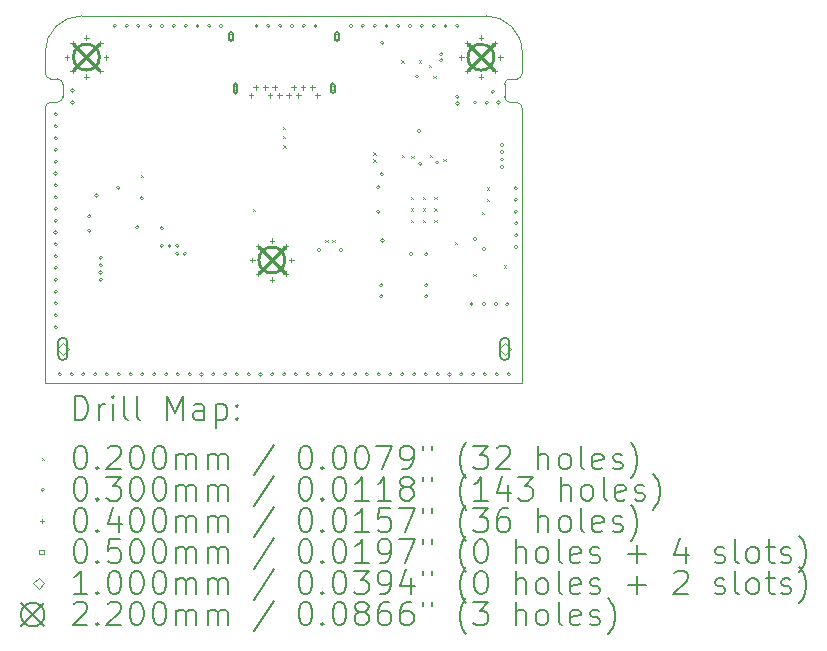
<source format=gbr>
%FSLAX45Y45*%
G04 Gerber Fmt 4.5, Leading zero omitted, Abs format (unit mm)*
G04 Created by KiCad (PCBNEW (6.0.0)) date 2022-02-21 16:37:33*
%MOMM*%
%LPD*%
G01*
G04 APERTURE LIST*
%TA.AperFunction,Profile*%
%ADD10C,0.100000*%
%TD*%
%ADD11C,0.200000*%
%ADD12C,0.020000*%
%ADD13C,0.030000*%
%ADD14C,0.040000*%
%ADD15C,0.050000*%
%ADD16C,0.100000*%
%ADD17C,0.220000*%
G04 APERTURE END LIST*
D10*
X11413412Y-6998000D02*
X11358588Y-6998000D01*
X15350000Y-7046588D02*
G75*
G03*
X15301088Y-6999000I-47606J0D01*
G01*
X11310000Y-9370000D02*
X11310000Y-7048000D01*
X15200000Y-6951500D02*
G75*
G03*
X15247500Y-6999000I47500J0D01*
G01*
X15247588Y-6799088D02*
G75*
G03*
X15200088Y-6846588I0J-47500D01*
G01*
X11459912Y-6845588D02*
G75*
G03*
X11411000Y-6798000I-47606J0D01*
G01*
X11310000Y-6748000D02*
G75*
G03*
X11354000Y-6798000I47841J-2260D01*
G01*
X11459912Y-6845588D02*
X11459912Y-6950412D01*
X11413412Y-6998000D02*
G75*
G03*
X11459912Y-6950412I-1100J47588D01*
G01*
X15350000Y-9370000D02*
X11310000Y-9370000D01*
X15247588Y-6799088D02*
X15303055Y-6799088D01*
X15350000Y-6753000D02*
X15350000Y-6575000D01*
X11354000Y-6798000D02*
X11411000Y-6798000D01*
X15301088Y-6999000D02*
X15247500Y-6999000D01*
X15350000Y-6575000D02*
G75*
G03*
X15040768Y-6264960I-309232J808D01*
G01*
X11620040Y-6264960D02*
G75*
G03*
X11310000Y-6575000I0J-310040D01*
G01*
X11310000Y-6748000D02*
X11310000Y-6575000D01*
X15303055Y-6799088D02*
G75*
G03*
X15350000Y-6753000I-872J47841D01*
G01*
X15200088Y-6846588D02*
X15200000Y-6951500D01*
X11358588Y-6998000D02*
G75*
G03*
X11310000Y-7048000I-993J-47643D01*
G01*
X11620040Y-6264960D02*
X15040768Y-6264960D01*
X15350000Y-7046588D02*
X15350000Y-9370000D01*
D11*
D12*
X12119250Y-7610000D02*
X12139250Y-7630000D01*
X12139250Y-7610000D02*
X12119250Y-7630000D01*
X13068000Y-7898000D02*
X13088000Y-7918000D01*
X13088000Y-7898000D02*
X13068000Y-7918000D01*
X13324000Y-7204000D02*
X13344000Y-7224000D01*
X13344000Y-7204000D02*
X13324000Y-7224000D01*
X13324000Y-7280000D02*
X13344000Y-7300000D01*
X13344000Y-7280000D02*
X13324000Y-7300000D01*
X13326000Y-7361000D02*
X13346000Y-7381000D01*
X13346000Y-7361000D02*
X13326000Y-7381000D01*
X13682500Y-8160955D02*
X13702500Y-8180955D01*
X13702500Y-8160955D02*
X13682500Y-8180955D01*
X13742500Y-8160955D02*
X13762500Y-8180955D01*
X13762500Y-8160955D02*
X13742500Y-8180955D01*
X14090321Y-7420270D02*
X14110321Y-7440270D01*
X14110321Y-7420270D02*
X14090321Y-7440270D01*
X14090321Y-7480270D02*
X14110321Y-7500270D01*
X14110321Y-7480270D02*
X14090321Y-7500270D01*
X14327000Y-6641995D02*
X14347000Y-6661995D01*
X14347000Y-6641995D02*
X14327000Y-6661995D01*
X14332000Y-7440000D02*
X14352000Y-7460000D01*
X14352000Y-7440000D02*
X14332000Y-7460000D01*
X14406500Y-7795000D02*
X14426500Y-7815000D01*
X14426500Y-7795000D02*
X14406500Y-7815000D01*
X14406500Y-7895000D02*
X14426500Y-7915000D01*
X14426500Y-7895000D02*
X14406500Y-7915000D01*
X14406500Y-7995000D02*
X14426500Y-8015000D01*
X14426500Y-7995000D02*
X14406500Y-8015000D01*
X14410000Y-7450000D02*
X14430000Y-7470000D01*
X14430000Y-7450000D02*
X14410000Y-7470000D01*
X14473000Y-6643000D02*
X14493000Y-6663000D01*
X14493000Y-6643000D02*
X14473000Y-6663000D01*
X14506500Y-7795000D02*
X14526500Y-7815000D01*
X14526500Y-7795000D02*
X14506500Y-7815000D01*
X14506500Y-7895000D02*
X14526500Y-7915000D01*
X14526500Y-7895000D02*
X14506500Y-7915000D01*
X14506500Y-7995000D02*
X14526500Y-8015000D01*
X14526500Y-7995000D02*
X14506500Y-8015000D01*
X14559000Y-6680000D02*
X14579000Y-6700000D01*
X14579000Y-6680000D02*
X14559000Y-6700000D01*
X14567000Y-7440000D02*
X14587000Y-7460000D01*
X14587000Y-7440000D02*
X14567000Y-7460000D01*
X14597000Y-6775000D02*
X14617000Y-6795000D01*
X14617000Y-6775000D02*
X14597000Y-6795000D01*
X14606500Y-7795000D02*
X14626500Y-7815000D01*
X14626500Y-7795000D02*
X14606500Y-7815000D01*
X14606500Y-7895000D02*
X14626500Y-7915000D01*
X14626500Y-7895000D02*
X14606500Y-7915000D01*
X14606500Y-7995000D02*
X14626500Y-8015000D01*
X14626500Y-7995000D02*
X14606500Y-8015000D01*
X14683000Y-7477000D02*
X14703000Y-7497000D01*
X14703000Y-7477000D02*
X14683000Y-7497000D01*
X14781000Y-8176000D02*
X14801000Y-8196000D01*
X14801000Y-8176000D02*
X14781000Y-8196000D01*
X14934500Y-8448500D02*
X14954500Y-8468500D01*
X14954500Y-8448500D02*
X14934500Y-8468500D01*
X15007000Y-7926000D02*
X15027000Y-7946000D01*
X15027000Y-7926000D02*
X15007000Y-7946000D01*
X15047500Y-7718000D02*
X15067500Y-7738000D01*
X15067500Y-7718000D02*
X15047500Y-7738000D01*
X15047500Y-7813000D02*
X15067500Y-7833000D01*
X15067500Y-7813000D02*
X15047500Y-7833000D01*
X15193000Y-8377000D02*
X15213000Y-8397000D01*
X15213000Y-8377000D02*
X15193000Y-8397000D01*
D13*
X11415000Y-7100000D02*
G75*
G03*
X11415000Y-7100000I-15000J0D01*
G01*
X11415000Y-7200000D02*
G75*
G03*
X11415000Y-7200000I-15000J0D01*
G01*
X11415000Y-7300000D02*
G75*
G03*
X11415000Y-7300000I-15000J0D01*
G01*
X11415000Y-7400000D02*
G75*
G03*
X11415000Y-7400000I-15000J0D01*
G01*
X11415000Y-7500000D02*
G75*
G03*
X11415000Y-7500000I-15000J0D01*
G01*
X11415000Y-7600000D02*
G75*
G03*
X11415000Y-7600000I-15000J0D01*
G01*
X11415000Y-7700000D02*
G75*
G03*
X11415000Y-7700000I-15000J0D01*
G01*
X11415000Y-7800000D02*
G75*
G03*
X11415000Y-7800000I-15000J0D01*
G01*
X11415000Y-7900000D02*
G75*
G03*
X11415000Y-7900000I-15000J0D01*
G01*
X11415000Y-8000000D02*
G75*
G03*
X11415000Y-8000000I-15000J0D01*
G01*
X11415000Y-8100000D02*
G75*
G03*
X11415000Y-8100000I-15000J0D01*
G01*
X11415000Y-8200000D02*
G75*
G03*
X11415000Y-8200000I-15000J0D01*
G01*
X11415000Y-8300000D02*
G75*
G03*
X11415000Y-8300000I-15000J0D01*
G01*
X11415000Y-8400000D02*
G75*
G03*
X11415000Y-8400000I-15000J0D01*
G01*
X11415000Y-8500000D02*
G75*
G03*
X11415000Y-8500000I-15000J0D01*
G01*
X11415000Y-8600000D02*
G75*
G03*
X11415000Y-8600000I-15000J0D01*
G01*
X11415000Y-8700000D02*
G75*
G03*
X11415000Y-8700000I-15000J0D01*
G01*
X11415000Y-8800000D02*
G75*
G03*
X11415000Y-8800000I-15000J0D01*
G01*
X11415000Y-8900000D02*
G75*
G03*
X11415000Y-8900000I-15000J0D01*
G01*
X11449000Y-9300000D02*
G75*
G03*
X11449000Y-9300000I-15000J0D01*
G01*
X11549000Y-9300000D02*
G75*
G03*
X11549000Y-9300000I-15000J0D01*
G01*
X11557000Y-6899000D02*
G75*
G03*
X11557000Y-6899000I-15000J0D01*
G01*
X11557000Y-7000000D02*
G75*
G03*
X11557000Y-7000000I-15000J0D01*
G01*
X11649000Y-9300000D02*
G75*
G03*
X11649000Y-9300000I-15000J0D01*
G01*
X11698000Y-8085000D02*
G75*
G03*
X11698000Y-8085000I-15000J0D01*
G01*
X11700000Y-7961000D02*
G75*
G03*
X11700000Y-7961000I-15000J0D01*
G01*
X11749000Y-9300000D02*
G75*
G03*
X11749000Y-9300000I-15000J0D01*
G01*
X11761000Y-7785000D02*
G75*
G03*
X11761000Y-7785000I-15000J0D01*
G01*
X11796000Y-8312000D02*
G75*
G03*
X11796000Y-8312000I-15000J0D01*
G01*
X11796000Y-8375000D02*
G75*
G03*
X11796000Y-8375000I-15000J0D01*
G01*
X11796000Y-8438000D02*
G75*
G03*
X11796000Y-8438000I-15000J0D01*
G01*
X11796000Y-8501000D02*
G75*
G03*
X11796000Y-8501000I-15000J0D01*
G01*
X11849000Y-9300000D02*
G75*
G03*
X11849000Y-9300000I-15000J0D01*
G01*
X11915000Y-6350000D02*
G75*
G03*
X11915000Y-6350000I-15000J0D01*
G01*
X11945000Y-7722500D02*
G75*
G03*
X11945000Y-7722500I-15000J0D01*
G01*
X11949000Y-9300000D02*
G75*
G03*
X11949000Y-9300000I-15000J0D01*
G01*
X12015000Y-6350000D02*
G75*
G03*
X12015000Y-6350000I-15000J0D01*
G01*
X12049000Y-9300000D02*
G75*
G03*
X12049000Y-9300000I-15000J0D01*
G01*
X12104000Y-8055000D02*
G75*
G03*
X12104000Y-8055000I-15000J0D01*
G01*
X12115000Y-6350000D02*
G75*
G03*
X12115000Y-6350000I-15000J0D01*
G01*
X12144000Y-7810000D02*
G75*
G03*
X12144000Y-7810000I-15000J0D01*
G01*
X12149000Y-9300000D02*
G75*
G03*
X12149000Y-9300000I-15000J0D01*
G01*
X12215000Y-6350000D02*
G75*
G03*
X12215000Y-6350000I-15000J0D01*
G01*
X12249000Y-9300000D02*
G75*
G03*
X12249000Y-9300000I-15000J0D01*
G01*
X12312500Y-8062500D02*
G75*
G03*
X12312500Y-8062500I-15000J0D01*
G01*
X12313000Y-8213000D02*
G75*
G03*
X12313000Y-8213000I-15000J0D01*
G01*
X12315000Y-6350000D02*
G75*
G03*
X12315000Y-6350000I-15000J0D01*
G01*
X12349000Y-9300000D02*
G75*
G03*
X12349000Y-9300000I-15000J0D01*
G01*
X12378500Y-8213000D02*
G75*
G03*
X12378500Y-8213000I-15000J0D01*
G01*
X12415000Y-6350000D02*
G75*
G03*
X12415000Y-6350000I-15000J0D01*
G01*
X12444000Y-8213000D02*
G75*
G03*
X12444000Y-8213000I-15000J0D01*
G01*
X12444000Y-8279000D02*
G75*
G03*
X12444000Y-8279000I-15000J0D01*
G01*
X12449000Y-9300000D02*
G75*
G03*
X12449000Y-9300000I-15000J0D01*
G01*
X12507000Y-8279000D02*
G75*
G03*
X12507000Y-8279000I-15000J0D01*
G01*
X12515000Y-6350000D02*
G75*
G03*
X12515000Y-6350000I-15000J0D01*
G01*
X12549000Y-9300000D02*
G75*
G03*
X12549000Y-9300000I-15000J0D01*
G01*
X12615000Y-6350000D02*
G75*
G03*
X12615000Y-6350000I-15000J0D01*
G01*
X12649000Y-9300000D02*
G75*
G03*
X12649000Y-9300000I-15000J0D01*
G01*
X12715000Y-6350000D02*
G75*
G03*
X12715000Y-6350000I-15000J0D01*
G01*
X12749000Y-9300000D02*
G75*
G03*
X12749000Y-9300000I-15000J0D01*
G01*
X12815000Y-6350000D02*
G75*
G03*
X12815000Y-6350000I-15000J0D01*
G01*
X12849000Y-9300000D02*
G75*
G03*
X12849000Y-9300000I-15000J0D01*
G01*
X12949000Y-9300000D02*
G75*
G03*
X12949000Y-9300000I-15000J0D01*
G01*
X13049000Y-9300000D02*
G75*
G03*
X13049000Y-9300000I-15000J0D01*
G01*
X13115000Y-6350000D02*
G75*
G03*
X13115000Y-6350000I-15000J0D01*
G01*
X13149000Y-9300000D02*
G75*
G03*
X13149000Y-9300000I-15000J0D01*
G01*
X13215000Y-6350000D02*
G75*
G03*
X13215000Y-6350000I-15000J0D01*
G01*
X13249000Y-9300000D02*
G75*
G03*
X13249000Y-9300000I-15000J0D01*
G01*
X13315000Y-6350000D02*
G75*
G03*
X13315000Y-6350000I-15000J0D01*
G01*
X13349000Y-9300000D02*
G75*
G03*
X13349000Y-9300000I-15000J0D01*
G01*
X13415000Y-6350000D02*
G75*
G03*
X13415000Y-6350000I-15000J0D01*
G01*
X13449000Y-9300000D02*
G75*
G03*
X13449000Y-9300000I-15000J0D01*
G01*
X13515000Y-6350000D02*
G75*
G03*
X13515000Y-6350000I-15000J0D01*
G01*
X13549000Y-9300000D02*
G75*
G03*
X13549000Y-9300000I-15000J0D01*
G01*
X13615000Y-6350000D02*
G75*
G03*
X13615000Y-6350000I-15000J0D01*
G01*
X13643000Y-8248000D02*
G75*
G03*
X13643000Y-8248000I-15000J0D01*
G01*
X13649000Y-9300000D02*
G75*
G03*
X13649000Y-9300000I-15000J0D01*
G01*
X13749000Y-9300000D02*
G75*
G03*
X13749000Y-9300000I-15000J0D01*
G01*
X13832000Y-8248000D02*
G75*
G03*
X13832000Y-8248000I-15000J0D01*
G01*
X13849000Y-9300000D02*
G75*
G03*
X13849000Y-9300000I-15000J0D01*
G01*
X13915000Y-6350000D02*
G75*
G03*
X13915000Y-6350000I-15000J0D01*
G01*
X13949000Y-9300000D02*
G75*
G03*
X13949000Y-9300000I-15000J0D01*
G01*
X14015000Y-6350000D02*
G75*
G03*
X14015000Y-6350000I-15000J0D01*
G01*
X14049000Y-9300000D02*
G75*
G03*
X14049000Y-9300000I-15000J0D01*
G01*
X14115000Y-6350000D02*
G75*
G03*
X14115000Y-6350000I-15000J0D01*
G01*
X14145000Y-7716000D02*
G75*
G03*
X14145000Y-7716000I-15000J0D01*
G01*
X14145500Y-7925000D02*
G75*
G03*
X14145500Y-7925000I-15000J0D01*
G01*
X14149000Y-9300000D02*
G75*
G03*
X14149000Y-9300000I-15000J0D01*
G01*
X14171000Y-8546000D02*
G75*
G03*
X14171000Y-8546000I-15000J0D01*
G01*
X14171000Y-8638000D02*
G75*
G03*
X14171000Y-8638000I-15000J0D01*
G01*
X14175000Y-7607000D02*
G75*
G03*
X14175000Y-7607000I-15000J0D01*
G01*
X14178000Y-6493000D02*
G75*
G03*
X14178000Y-6493000I-15000J0D01*
G01*
X14181000Y-8168000D02*
G75*
G03*
X14181000Y-8168000I-15000J0D01*
G01*
X14215000Y-6350000D02*
G75*
G03*
X14215000Y-6350000I-15000J0D01*
G01*
X14249000Y-9300000D02*
G75*
G03*
X14249000Y-9300000I-15000J0D01*
G01*
X14315000Y-6350000D02*
G75*
G03*
X14315000Y-6350000I-15000J0D01*
G01*
X14349000Y-9300000D02*
G75*
G03*
X14349000Y-9300000I-15000J0D01*
G01*
X14415000Y-6350000D02*
G75*
G03*
X14415000Y-6350000I-15000J0D01*
G01*
X14425000Y-8282000D02*
G75*
G03*
X14425000Y-8282000I-15000J0D01*
G01*
X14449000Y-9300000D02*
G75*
G03*
X14449000Y-9300000I-15000J0D01*
G01*
X14475000Y-6779000D02*
G75*
G03*
X14475000Y-6779000I-15000J0D01*
G01*
X14490000Y-7240000D02*
G75*
G03*
X14490000Y-7240000I-15000J0D01*
G01*
X14501000Y-7517000D02*
G75*
G03*
X14501000Y-7517000I-15000J0D01*
G01*
X14515000Y-6350000D02*
G75*
G03*
X14515000Y-6350000I-15000J0D01*
G01*
X14549000Y-9300000D02*
G75*
G03*
X14549000Y-9300000I-15000J0D01*
G01*
X14551000Y-8284000D02*
G75*
G03*
X14551000Y-8284000I-15000J0D01*
G01*
X14552000Y-8546000D02*
G75*
G03*
X14552000Y-8546000I-15000J0D01*
G01*
X14552000Y-8638000D02*
G75*
G03*
X14552000Y-8638000I-15000J0D01*
G01*
X14615000Y-6350000D02*
G75*
G03*
X14615000Y-6350000I-15000J0D01*
G01*
X14643000Y-7508000D02*
G75*
G03*
X14643000Y-7508000I-15000J0D01*
G01*
X14649000Y-9300000D02*
G75*
G03*
X14649000Y-9300000I-15000J0D01*
G01*
X14679000Y-6591495D02*
G75*
G03*
X14679000Y-6591495I-15000J0D01*
G01*
X14679000Y-6643000D02*
G75*
G03*
X14679000Y-6643000I-15000J0D01*
G01*
X14715000Y-6350000D02*
G75*
G03*
X14715000Y-6350000I-15000J0D01*
G01*
X14749000Y-9300000D02*
G75*
G03*
X14749000Y-9300000I-15000J0D01*
G01*
X14815000Y-6350000D02*
G75*
G03*
X14815000Y-6350000I-15000J0D01*
G01*
X14816000Y-6950000D02*
G75*
G03*
X14816000Y-6950000I-15000J0D01*
G01*
X14816000Y-7006000D02*
G75*
G03*
X14816000Y-7006000I-15000J0D01*
G01*
X14849000Y-9300000D02*
G75*
G03*
X14849000Y-9300000I-15000J0D01*
G01*
X14933500Y-8705000D02*
G75*
G03*
X14933500Y-8705000I-15000J0D01*
G01*
X14949000Y-9300000D02*
G75*
G03*
X14949000Y-9300000I-15000J0D01*
G01*
X14964000Y-8155000D02*
G75*
G03*
X14964000Y-8155000I-15000J0D01*
G01*
X14965000Y-7000000D02*
G75*
G03*
X14965000Y-7000000I-15000J0D01*
G01*
X15040000Y-8240000D02*
G75*
G03*
X15040000Y-8240000I-15000J0D01*
G01*
X15040500Y-8705000D02*
G75*
G03*
X15040500Y-8705000I-15000J0D01*
G01*
X15049000Y-9300000D02*
G75*
G03*
X15049000Y-9300000I-15000J0D01*
G01*
X15065000Y-7000000D02*
G75*
G03*
X15065000Y-7000000I-15000J0D01*
G01*
X15116000Y-6907000D02*
G75*
G03*
X15116000Y-6907000I-15000J0D01*
G01*
X15140500Y-8705000D02*
G75*
G03*
X15140500Y-8705000I-15000J0D01*
G01*
X15149000Y-9300000D02*
G75*
G03*
X15149000Y-9300000I-15000J0D01*
G01*
X15165000Y-7000000D02*
G75*
G03*
X15165000Y-7000000I-15000J0D01*
G01*
X15193500Y-7357000D02*
G75*
G03*
X15193500Y-7357000I-15000J0D01*
G01*
X15193500Y-7420000D02*
G75*
G03*
X15193500Y-7420000I-15000J0D01*
G01*
X15193500Y-7483000D02*
G75*
G03*
X15193500Y-7483000I-15000J0D01*
G01*
X15193500Y-7546000D02*
G75*
G03*
X15193500Y-7546000I-15000J0D01*
G01*
X15239000Y-8706000D02*
G75*
G03*
X15239000Y-8706000I-15000J0D01*
G01*
X15249000Y-9300000D02*
G75*
G03*
X15249000Y-9300000I-15000J0D01*
G01*
X15310000Y-7727000D02*
G75*
G03*
X15310000Y-7727000I-15000J0D01*
G01*
X15310000Y-7822000D02*
G75*
G03*
X15310000Y-7822000I-15000J0D01*
G01*
X15310000Y-7922000D02*
G75*
G03*
X15310000Y-7922000I-15000J0D01*
G01*
X15312000Y-8224000D02*
G75*
G03*
X15312000Y-8224000I-15000J0D01*
G01*
X15313000Y-8021000D02*
G75*
G03*
X15313000Y-8021000I-15000J0D01*
G01*
X15313000Y-8124000D02*
G75*
G03*
X15313000Y-8124000I-15000J0D01*
G01*
D14*
X11495000Y-6595000D02*
X11495000Y-6635000D01*
X11475000Y-6615000D02*
X11515000Y-6615000D01*
X11543327Y-6478327D02*
X11543327Y-6518327D01*
X11523327Y-6498327D02*
X11563327Y-6498327D01*
X11543327Y-6711673D02*
X11543327Y-6751673D01*
X11523327Y-6731673D02*
X11563327Y-6731673D01*
X11660000Y-6430000D02*
X11660000Y-6470000D01*
X11640000Y-6450000D02*
X11680000Y-6450000D01*
X11660000Y-6760000D02*
X11660000Y-6800000D01*
X11640000Y-6780000D02*
X11680000Y-6780000D01*
X11776673Y-6478327D02*
X11776673Y-6518327D01*
X11756673Y-6498327D02*
X11796673Y-6498327D01*
X11776673Y-6711673D02*
X11776673Y-6751673D01*
X11756673Y-6731673D02*
X11796673Y-6731673D01*
X11825000Y-6595000D02*
X11825000Y-6635000D01*
X11805000Y-6615000D02*
X11845000Y-6615000D01*
X13053500Y-6919500D02*
X13053500Y-6959500D01*
X13033500Y-6939500D02*
X13073500Y-6939500D01*
X13065000Y-8313000D02*
X13065000Y-8353000D01*
X13045000Y-8333000D02*
X13085000Y-8333000D01*
X13093500Y-6849500D02*
X13093500Y-6889500D01*
X13073500Y-6869500D02*
X13113500Y-6869500D01*
X13113327Y-8196327D02*
X13113327Y-8236327D01*
X13093327Y-8216327D02*
X13133327Y-8216327D01*
X13113327Y-8429673D02*
X13113327Y-8469673D01*
X13093327Y-8449673D02*
X13133327Y-8449673D01*
X13173500Y-6849500D02*
X13173500Y-6889500D01*
X13153500Y-6869500D02*
X13193500Y-6869500D01*
X13213500Y-6919500D02*
X13213500Y-6959500D01*
X13193500Y-6939500D02*
X13233500Y-6939500D01*
X13230000Y-8148000D02*
X13230000Y-8188000D01*
X13210000Y-8168000D02*
X13250000Y-8168000D01*
X13230000Y-8478000D02*
X13230000Y-8518000D01*
X13210000Y-8498000D02*
X13250000Y-8498000D01*
X13253500Y-6849500D02*
X13253500Y-6889500D01*
X13233500Y-6869500D02*
X13273500Y-6869500D01*
X13293500Y-6919500D02*
X13293500Y-6959500D01*
X13273500Y-6939500D02*
X13313500Y-6939500D01*
X13346673Y-8196327D02*
X13346673Y-8236327D01*
X13326673Y-8216327D02*
X13366673Y-8216327D01*
X13346673Y-8429673D02*
X13346673Y-8469673D01*
X13326673Y-8449673D02*
X13366673Y-8449673D01*
X13373500Y-6919500D02*
X13373500Y-6959500D01*
X13353500Y-6939500D02*
X13393500Y-6939500D01*
X13395000Y-8313000D02*
X13395000Y-8353000D01*
X13375000Y-8333000D02*
X13415000Y-8333000D01*
X13413500Y-6849500D02*
X13413500Y-6889500D01*
X13393500Y-6869500D02*
X13433500Y-6869500D01*
X13453500Y-6919500D02*
X13453500Y-6959500D01*
X13433500Y-6939500D02*
X13473500Y-6939500D01*
X13493500Y-6849500D02*
X13493500Y-6889500D01*
X13473500Y-6869500D02*
X13513500Y-6869500D01*
X13573500Y-6849500D02*
X13573500Y-6889500D01*
X13553500Y-6869500D02*
X13593500Y-6869500D01*
X13613500Y-6919500D02*
X13613500Y-6959500D01*
X13593500Y-6939500D02*
X13633500Y-6939500D01*
X14835000Y-6595000D02*
X14835000Y-6635000D01*
X14815000Y-6615000D02*
X14855000Y-6615000D01*
X14883327Y-6478327D02*
X14883327Y-6518327D01*
X14863327Y-6498327D02*
X14903327Y-6498327D01*
X14883327Y-6711673D02*
X14883327Y-6751673D01*
X14863327Y-6731673D02*
X14903327Y-6731673D01*
X15000000Y-6430000D02*
X15000000Y-6470000D01*
X14980000Y-6450000D02*
X15020000Y-6450000D01*
X15000000Y-6760000D02*
X15000000Y-6800000D01*
X14980000Y-6780000D02*
X15020000Y-6780000D01*
X15116673Y-6478327D02*
X15116673Y-6518327D01*
X15096673Y-6498327D02*
X15136673Y-6498327D01*
X15116673Y-6711673D02*
X15116673Y-6751673D01*
X15096673Y-6731673D02*
X15136673Y-6731673D01*
X15165000Y-6595000D02*
X15165000Y-6635000D01*
X15145000Y-6615000D02*
X15185000Y-6615000D01*
D15*
X12902178Y-6458178D02*
X12902178Y-6422822D01*
X12866822Y-6422822D01*
X12866822Y-6458178D01*
X12902178Y-6458178D01*
D11*
X12899500Y-6470500D02*
X12899500Y-6410500D01*
X12869500Y-6470500D02*
X12869500Y-6410500D01*
X12899500Y-6410500D02*
G75*
G03*
X12869500Y-6410500I-15000J0D01*
G01*
X12869500Y-6470500D02*
G75*
G03*
X12899500Y-6470500I15000J0D01*
G01*
D15*
X12938178Y-6897178D02*
X12938178Y-6861822D01*
X12902822Y-6861822D01*
X12902822Y-6897178D01*
X12938178Y-6897178D01*
D11*
X12935500Y-6909500D02*
X12935500Y-6849500D01*
X12905500Y-6909500D02*
X12905500Y-6849500D01*
X12935500Y-6849500D02*
G75*
G03*
X12905500Y-6849500I-15000J0D01*
G01*
X12905500Y-6909500D02*
G75*
G03*
X12935500Y-6909500I15000J0D01*
G01*
D15*
X13764178Y-6897178D02*
X13764178Y-6861822D01*
X13728822Y-6861822D01*
X13728822Y-6897178D01*
X13764178Y-6897178D01*
D11*
X13761500Y-6909500D02*
X13761500Y-6849500D01*
X13731500Y-6909500D02*
X13731500Y-6849500D01*
X13761500Y-6849500D02*
G75*
G03*
X13731500Y-6849500I-15000J0D01*
G01*
X13731500Y-6909500D02*
G75*
G03*
X13761500Y-6909500I15000J0D01*
G01*
D15*
X13800178Y-6458178D02*
X13800178Y-6422822D01*
X13764822Y-6422822D01*
X13764822Y-6458178D01*
X13800178Y-6458178D01*
D11*
X13797500Y-6470500D02*
X13797500Y-6410500D01*
X13767500Y-6470500D02*
X13767500Y-6410500D01*
X13797500Y-6410500D02*
G75*
G03*
X13767500Y-6410500I-15000J0D01*
G01*
X13767500Y-6470500D02*
G75*
G03*
X13797500Y-6470500I15000J0D01*
G01*
D16*
X11459420Y-9135140D02*
X11509420Y-9085140D01*
X11459420Y-9035140D01*
X11409420Y-9085140D01*
X11459420Y-9135140D01*
D11*
X11419420Y-9031140D02*
X11419420Y-9139140D01*
X11499420Y-9031140D02*
X11499420Y-9139140D01*
X11419420Y-9139140D02*
G75*
G03*
X11499420Y-9139140I40000J0D01*
G01*
X11499420Y-9031140D02*
G75*
G03*
X11419420Y-9031140I-40000J0D01*
G01*
D16*
X15201420Y-9135140D02*
X15251420Y-9085140D01*
X15201420Y-9035140D01*
X15151420Y-9085140D01*
X15201420Y-9135140D01*
D11*
X15161420Y-9031140D02*
X15161420Y-9139140D01*
X15241420Y-9031140D02*
X15241420Y-9139140D01*
X15161420Y-9139140D02*
G75*
G03*
X15241420Y-9139140I40000J0D01*
G01*
X15241420Y-9031140D02*
G75*
G03*
X15161420Y-9031140I-40000J0D01*
G01*
D17*
X11550000Y-6505000D02*
X11770000Y-6725000D01*
X11770000Y-6505000D02*
X11550000Y-6725000D01*
X11770000Y-6615000D02*
G75*
G03*
X11770000Y-6615000I-110000J0D01*
G01*
X13120000Y-8223000D02*
X13340000Y-8443000D01*
X13340000Y-8223000D02*
X13120000Y-8443000D01*
X13340000Y-8333000D02*
G75*
G03*
X13340000Y-8333000I-110000J0D01*
G01*
X14890000Y-6505000D02*
X15110000Y-6725000D01*
X15110000Y-6505000D02*
X14890000Y-6725000D01*
X15110000Y-6615000D02*
G75*
G03*
X15110000Y-6615000I-110000J0D01*
G01*
D11*
X11562561Y-9685476D02*
X11562561Y-9485476D01*
X11610180Y-9485476D01*
X11638751Y-9495000D01*
X11657799Y-9514048D01*
X11667322Y-9533095D01*
X11676846Y-9571190D01*
X11676846Y-9599762D01*
X11667322Y-9637857D01*
X11657799Y-9656905D01*
X11638751Y-9675952D01*
X11610180Y-9685476D01*
X11562561Y-9685476D01*
X11762561Y-9685476D02*
X11762561Y-9552143D01*
X11762561Y-9590238D02*
X11772084Y-9571190D01*
X11781608Y-9561667D01*
X11800656Y-9552143D01*
X11819703Y-9552143D01*
X11886370Y-9685476D02*
X11886370Y-9552143D01*
X11886370Y-9485476D02*
X11876846Y-9495000D01*
X11886370Y-9504524D01*
X11895894Y-9495000D01*
X11886370Y-9485476D01*
X11886370Y-9504524D01*
X12010180Y-9685476D02*
X11991132Y-9675952D01*
X11981608Y-9656905D01*
X11981608Y-9485476D01*
X12114942Y-9685476D02*
X12095894Y-9675952D01*
X12086370Y-9656905D01*
X12086370Y-9485476D01*
X12343513Y-9685476D02*
X12343513Y-9485476D01*
X12410180Y-9628333D01*
X12476846Y-9485476D01*
X12476846Y-9685476D01*
X12657799Y-9685476D02*
X12657799Y-9580714D01*
X12648275Y-9561667D01*
X12629227Y-9552143D01*
X12591132Y-9552143D01*
X12572084Y-9561667D01*
X12657799Y-9675952D02*
X12638751Y-9685476D01*
X12591132Y-9685476D01*
X12572084Y-9675952D01*
X12562561Y-9656905D01*
X12562561Y-9637857D01*
X12572084Y-9618810D01*
X12591132Y-9609286D01*
X12638751Y-9609286D01*
X12657799Y-9599762D01*
X12753037Y-9552143D02*
X12753037Y-9752143D01*
X12753037Y-9561667D02*
X12772084Y-9552143D01*
X12810180Y-9552143D01*
X12829227Y-9561667D01*
X12838751Y-9571190D01*
X12848275Y-9590238D01*
X12848275Y-9647381D01*
X12838751Y-9666429D01*
X12829227Y-9675952D01*
X12810180Y-9685476D01*
X12772084Y-9685476D01*
X12753037Y-9675952D01*
X12933989Y-9666429D02*
X12943513Y-9675952D01*
X12933989Y-9685476D01*
X12924465Y-9675952D01*
X12933989Y-9666429D01*
X12933989Y-9685476D01*
X12933989Y-9561667D02*
X12943513Y-9571190D01*
X12933989Y-9580714D01*
X12924465Y-9571190D01*
X12933989Y-9561667D01*
X12933989Y-9580714D01*
D12*
X11284942Y-10005000D02*
X11304942Y-10025000D01*
X11304942Y-10005000D02*
X11284942Y-10025000D01*
D11*
X11600656Y-9905476D02*
X11619703Y-9905476D01*
X11638751Y-9915000D01*
X11648275Y-9924524D01*
X11657799Y-9943571D01*
X11667322Y-9981667D01*
X11667322Y-10029286D01*
X11657799Y-10067381D01*
X11648275Y-10086429D01*
X11638751Y-10095952D01*
X11619703Y-10105476D01*
X11600656Y-10105476D01*
X11581608Y-10095952D01*
X11572084Y-10086429D01*
X11562561Y-10067381D01*
X11553037Y-10029286D01*
X11553037Y-9981667D01*
X11562561Y-9943571D01*
X11572084Y-9924524D01*
X11581608Y-9915000D01*
X11600656Y-9905476D01*
X11753037Y-10086429D02*
X11762561Y-10095952D01*
X11753037Y-10105476D01*
X11743513Y-10095952D01*
X11753037Y-10086429D01*
X11753037Y-10105476D01*
X11838751Y-9924524D02*
X11848275Y-9915000D01*
X11867322Y-9905476D01*
X11914942Y-9905476D01*
X11933989Y-9915000D01*
X11943513Y-9924524D01*
X11953037Y-9943571D01*
X11953037Y-9962619D01*
X11943513Y-9991190D01*
X11829227Y-10105476D01*
X11953037Y-10105476D01*
X12076846Y-9905476D02*
X12095894Y-9905476D01*
X12114942Y-9915000D01*
X12124465Y-9924524D01*
X12133989Y-9943571D01*
X12143513Y-9981667D01*
X12143513Y-10029286D01*
X12133989Y-10067381D01*
X12124465Y-10086429D01*
X12114942Y-10095952D01*
X12095894Y-10105476D01*
X12076846Y-10105476D01*
X12057799Y-10095952D01*
X12048275Y-10086429D01*
X12038751Y-10067381D01*
X12029227Y-10029286D01*
X12029227Y-9981667D01*
X12038751Y-9943571D01*
X12048275Y-9924524D01*
X12057799Y-9915000D01*
X12076846Y-9905476D01*
X12267322Y-9905476D02*
X12286370Y-9905476D01*
X12305418Y-9915000D01*
X12314942Y-9924524D01*
X12324465Y-9943571D01*
X12333989Y-9981667D01*
X12333989Y-10029286D01*
X12324465Y-10067381D01*
X12314942Y-10086429D01*
X12305418Y-10095952D01*
X12286370Y-10105476D01*
X12267322Y-10105476D01*
X12248275Y-10095952D01*
X12238751Y-10086429D01*
X12229227Y-10067381D01*
X12219703Y-10029286D01*
X12219703Y-9981667D01*
X12229227Y-9943571D01*
X12238751Y-9924524D01*
X12248275Y-9915000D01*
X12267322Y-9905476D01*
X12419703Y-10105476D02*
X12419703Y-9972143D01*
X12419703Y-9991190D02*
X12429227Y-9981667D01*
X12448275Y-9972143D01*
X12476846Y-9972143D01*
X12495894Y-9981667D01*
X12505418Y-10000714D01*
X12505418Y-10105476D01*
X12505418Y-10000714D02*
X12514942Y-9981667D01*
X12533989Y-9972143D01*
X12562561Y-9972143D01*
X12581608Y-9981667D01*
X12591132Y-10000714D01*
X12591132Y-10105476D01*
X12686370Y-10105476D02*
X12686370Y-9972143D01*
X12686370Y-9991190D02*
X12695894Y-9981667D01*
X12714942Y-9972143D01*
X12743513Y-9972143D01*
X12762561Y-9981667D01*
X12772084Y-10000714D01*
X12772084Y-10105476D01*
X12772084Y-10000714D02*
X12781608Y-9981667D01*
X12800656Y-9972143D01*
X12829227Y-9972143D01*
X12848275Y-9981667D01*
X12857799Y-10000714D01*
X12857799Y-10105476D01*
X13248275Y-9895952D02*
X13076846Y-10153095D01*
X13505418Y-9905476D02*
X13524465Y-9905476D01*
X13543513Y-9915000D01*
X13553037Y-9924524D01*
X13562561Y-9943571D01*
X13572084Y-9981667D01*
X13572084Y-10029286D01*
X13562561Y-10067381D01*
X13553037Y-10086429D01*
X13543513Y-10095952D01*
X13524465Y-10105476D01*
X13505418Y-10105476D01*
X13486370Y-10095952D01*
X13476846Y-10086429D01*
X13467322Y-10067381D01*
X13457799Y-10029286D01*
X13457799Y-9981667D01*
X13467322Y-9943571D01*
X13476846Y-9924524D01*
X13486370Y-9915000D01*
X13505418Y-9905476D01*
X13657799Y-10086429D02*
X13667322Y-10095952D01*
X13657799Y-10105476D01*
X13648275Y-10095952D01*
X13657799Y-10086429D01*
X13657799Y-10105476D01*
X13791132Y-9905476D02*
X13810180Y-9905476D01*
X13829227Y-9915000D01*
X13838751Y-9924524D01*
X13848275Y-9943571D01*
X13857799Y-9981667D01*
X13857799Y-10029286D01*
X13848275Y-10067381D01*
X13838751Y-10086429D01*
X13829227Y-10095952D01*
X13810180Y-10105476D01*
X13791132Y-10105476D01*
X13772084Y-10095952D01*
X13762561Y-10086429D01*
X13753037Y-10067381D01*
X13743513Y-10029286D01*
X13743513Y-9981667D01*
X13753037Y-9943571D01*
X13762561Y-9924524D01*
X13772084Y-9915000D01*
X13791132Y-9905476D01*
X13981608Y-9905476D02*
X14000656Y-9905476D01*
X14019703Y-9915000D01*
X14029227Y-9924524D01*
X14038751Y-9943571D01*
X14048275Y-9981667D01*
X14048275Y-10029286D01*
X14038751Y-10067381D01*
X14029227Y-10086429D01*
X14019703Y-10095952D01*
X14000656Y-10105476D01*
X13981608Y-10105476D01*
X13962561Y-10095952D01*
X13953037Y-10086429D01*
X13943513Y-10067381D01*
X13933989Y-10029286D01*
X13933989Y-9981667D01*
X13943513Y-9943571D01*
X13953037Y-9924524D01*
X13962561Y-9915000D01*
X13981608Y-9905476D01*
X14114942Y-9905476D02*
X14248275Y-9905476D01*
X14162561Y-10105476D01*
X14333989Y-10105476D02*
X14372084Y-10105476D01*
X14391132Y-10095952D01*
X14400656Y-10086429D01*
X14419703Y-10057857D01*
X14429227Y-10019762D01*
X14429227Y-9943571D01*
X14419703Y-9924524D01*
X14410180Y-9915000D01*
X14391132Y-9905476D01*
X14353037Y-9905476D01*
X14333989Y-9915000D01*
X14324465Y-9924524D01*
X14314942Y-9943571D01*
X14314942Y-9991190D01*
X14324465Y-10010238D01*
X14333989Y-10019762D01*
X14353037Y-10029286D01*
X14391132Y-10029286D01*
X14410180Y-10019762D01*
X14419703Y-10010238D01*
X14429227Y-9991190D01*
X14505418Y-9905476D02*
X14505418Y-9943571D01*
X14581608Y-9905476D02*
X14581608Y-9943571D01*
X14876846Y-10181667D02*
X14867322Y-10172143D01*
X14848275Y-10143571D01*
X14838751Y-10124524D01*
X14829227Y-10095952D01*
X14819703Y-10048333D01*
X14819703Y-10010238D01*
X14829227Y-9962619D01*
X14838751Y-9934048D01*
X14848275Y-9915000D01*
X14867322Y-9886429D01*
X14876846Y-9876905D01*
X14933989Y-9905476D02*
X15057799Y-9905476D01*
X14991132Y-9981667D01*
X15019703Y-9981667D01*
X15038751Y-9991190D01*
X15048275Y-10000714D01*
X15057799Y-10019762D01*
X15057799Y-10067381D01*
X15048275Y-10086429D01*
X15038751Y-10095952D01*
X15019703Y-10105476D01*
X14962561Y-10105476D01*
X14943513Y-10095952D01*
X14933989Y-10086429D01*
X15133989Y-9924524D02*
X15143513Y-9915000D01*
X15162561Y-9905476D01*
X15210180Y-9905476D01*
X15229227Y-9915000D01*
X15238751Y-9924524D01*
X15248275Y-9943571D01*
X15248275Y-9962619D01*
X15238751Y-9991190D01*
X15124465Y-10105476D01*
X15248275Y-10105476D01*
X15486370Y-10105476D02*
X15486370Y-9905476D01*
X15572084Y-10105476D02*
X15572084Y-10000714D01*
X15562561Y-9981667D01*
X15543513Y-9972143D01*
X15514941Y-9972143D01*
X15495894Y-9981667D01*
X15486370Y-9991190D01*
X15695894Y-10105476D02*
X15676846Y-10095952D01*
X15667322Y-10086429D01*
X15657799Y-10067381D01*
X15657799Y-10010238D01*
X15667322Y-9991190D01*
X15676846Y-9981667D01*
X15695894Y-9972143D01*
X15724465Y-9972143D01*
X15743513Y-9981667D01*
X15753037Y-9991190D01*
X15762561Y-10010238D01*
X15762561Y-10067381D01*
X15753037Y-10086429D01*
X15743513Y-10095952D01*
X15724465Y-10105476D01*
X15695894Y-10105476D01*
X15876846Y-10105476D02*
X15857799Y-10095952D01*
X15848275Y-10076905D01*
X15848275Y-9905476D01*
X16029227Y-10095952D02*
X16010180Y-10105476D01*
X15972084Y-10105476D01*
X15953037Y-10095952D01*
X15943513Y-10076905D01*
X15943513Y-10000714D01*
X15953037Y-9981667D01*
X15972084Y-9972143D01*
X16010180Y-9972143D01*
X16029227Y-9981667D01*
X16038751Y-10000714D01*
X16038751Y-10019762D01*
X15943513Y-10038810D01*
X16114941Y-10095952D02*
X16133989Y-10105476D01*
X16172084Y-10105476D01*
X16191132Y-10095952D01*
X16200656Y-10076905D01*
X16200656Y-10067381D01*
X16191132Y-10048333D01*
X16172084Y-10038810D01*
X16143513Y-10038810D01*
X16124465Y-10029286D01*
X16114941Y-10010238D01*
X16114941Y-10000714D01*
X16124465Y-9981667D01*
X16143513Y-9972143D01*
X16172084Y-9972143D01*
X16191132Y-9981667D01*
X16267322Y-10181667D02*
X16276846Y-10172143D01*
X16295894Y-10143571D01*
X16305418Y-10124524D01*
X16314941Y-10095952D01*
X16324465Y-10048333D01*
X16324465Y-10010238D01*
X16314941Y-9962619D01*
X16305418Y-9934048D01*
X16295894Y-9915000D01*
X16276846Y-9886429D01*
X16267322Y-9876905D01*
D13*
X11304942Y-10279000D02*
G75*
G03*
X11304942Y-10279000I-15000J0D01*
G01*
D11*
X11600656Y-10169476D02*
X11619703Y-10169476D01*
X11638751Y-10179000D01*
X11648275Y-10188524D01*
X11657799Y-10207571D01*
X11667322Y-10245667D01*
X11667322Y-10293286D01*
X11657799Y-10331381D01*
X11648275Y-10350429D01*
X11638751Y-10359952D01*
X11619703Y-10369476D01*
X11600656Y-10369476D01*
X11581608Y-10359952D01*
X11572084Y-10350429D01*
X11562561Y-10331381D01*
X11553037Y-10293286D01*
X11553037Y-10245667D01*
X11562561Y-10207571D01*
X11572084Y-10188524D01*
X11581608Y-10179000D01*
X11600656Y-10169476D01*
X11753037Y-10350429D02*
X11762561Y-10359952D01*
X11753037Y-10369476D01*
X11743513Y-10359952D01*
X11753037Y-10350429D01*
X11753037Y-10369476D01*
X11829227Y-10169476D02*
X11953037Y-10169476D01*
X11886370Y-10245667D01*
X11914942Y-10245667D01*
X11933989Y-10255190D01*
X11943513Y-10264714D01*
X11953037Y-10283762D01*
X11953037Y-10331381D01*
X11943513Y-10350429D01*
X11933989Y-10359952D01*
X11914942Y-10369476D01*
X11857799Y-10369476D01*
X11838751Y-10359952D01*
X11829227Y-10350429D01*
X12076846Y-10169476D02*
X12095894Y-10169476D01*
X12114942Y-10179000D01*
X12124465Y-10188524D01*
X12133989Y-10207571D01*
X12143513Y-10245667D01*
X12143513Y-10293286D01*
X12133989Y-10331381D01*
X12124465Y-10350429D01*
X12114942Y-10359952D01*
X12095894Y-10369476D01*
X12076846Y-10369476D01*
X12057799Y-10359952D01*
X12048275Y-10350429D01*
X12038751Y-10331381D01*
X12029227Y-10293286D01*
X12029227Y-10245667D01*
X12038751Y-10207571D01*
X12048275Y-10188524D01*
X12057799Y-10179000D01*
X12076846Y-10169476D01*
X12267322Y-10169476D02*
X12286370Y-10169476D01*
X12305418Y-10179000D01*
X12314942Y-10188524D01*
X12324465Y-10207571D01*
X12333989Y-10245667D01*
X12333989Y-10293286D01*
X12324465Y-10331381D01*
X12314942Y-10350429D01*
X12305418Y-10359952D01*
X12286370Y-10369476D01*
X12267322Y-10369476D01*
X12248275Y-10359952D01*
X12238751Y-10350429D01*
X12229227Y-10331381D01*
X12219703Y-10293286D01*
X12219703Y-10245667D01*
X12229227Y-10207571D01*
X12238751Y-10188524D01*
X12248275Y-10179000D01*
X12267322Y-10169476D01*
X12419703Y-10369476D02*
X12419703Y-10236143D01*
X12419703Y-10255190D02*
X12429227Y-10245667D01*
X12448275Y-10236143D01*
X12476846Y-10236143D01*
X12495894Y-10245667D01*
X12505418Y-10264714D01*
X12505418Y-10369476D01*
X12505418Y-10264714D02*
X12514942Y-10245667D01*
X12533989Y-10236143D01*
X12562561Y-10236143D01*
X12581608Y-10245667D01*
X12591132Y-10264714D01*
X12591132Y-10369476D01*
X12686370Y-10369476D02*
X12686370Y-10236143D01*
X12686370Y-10255190D02*
X12695894Y-10245667D01*
X12714942Y-10236143D01*
X12743513Y-10236143D01*
X12762561Y-10245667D01*
X12772084Y-10264714D01*
X12772084Y-10369476D01*
X12772084Y-10264714D02*
X12781608Y-10245667D01*
X12800656Y-10236143D01*
X12829227Y-10236143D01*
X12848275Y-10245667D01*
X12857799Y-10264714D01*
X12857799Y-10369476D01*
X13248275Y-10159952D02*
X13076846Y-10417095D01*
X13505418Y-10169476D02*
X13524465Y-10169476D01*
X13543513Y-10179000D01*
X13553037Y-10188524D01*
X13562561Y-10207571D01*
X13572084Y-10245667D01*
X13572084Y-10293286D01*
X13562561Y-10331381D01*
X13553037Y-10350429D01*
X13543513Y-10359952D01*
X13524465Y-10369476D01*
X13505418Y-10369476D01*
X13486370Y-10359952D01*
X13476846Y-10350429D01*
X13467322Y-10331381D01*
X13457799Y-10293286D01*
X13457799Y-10245667D01*
X13467322Y-10207571D01*
X13476846Y-10188524D01*
X13486370Y-10179000D01*
X13505418Y-10169476D01*
X13657799Y-10350429D02*
X13667322Y-10359952D01*
X13657799Y-10369476D01*
X13648275Y-10359952D01*
X13657799Y-10350429D01*
X13657799Y-10369476D01*
X13791132Y-10169476D02*
X13810180Y-10169476D01*
X13829227Y-10179000D01*
X13838751Y-10188524D01*
X13848275Y-10207571D01*
X13857799Y-10245667D01*
X13857799Y-10293286D01*
X13848275Y-10331381D01*
X13838751Y-10350429D01*
X13829227Y-10359952D01*
X13810180Y-10369476D01*
X13791132Y-10369476D01*
X13772084Y-10359952D01*
X13762561Y-10350429D01*
X13753037Y-10331381D01*
X13743513Y-10293286D01*
X13743513Y-10245667D01*
X13753037Y-10207571D01*
X13762561Y-10188524D01*
X13772084Y-10179000D01*
X13791132Y-10169476D01*
X14048275Y-10369476D02*
X13933989Y-10369476D01*
X13991132Y-10369476D02*
X13991132Y-10169476D01*
X13972084Y-10198048D01*
X13953037Y-10217095D01*
X13933989Y-10226619D01*
X14238751Y-10369476D02*
X14124465Y-10369476D01*
X14181608Y-10369476D02*
X14181608Y-10169476D01*
X14162561Y-10198048D01*
X14143513Y-10217095D01*
X14124465Y-10226619D01*
X14353037Y-10255190D02*
X14333989Y-10245667D01*
X14324465Y-10236143D01*
X14314942Y-10217095D01*
X14314942Y-10207571D01*
X14324465Y-10188524D01*
X14333989Y-10179000D01*
X14353037Y-10169476D01*
X14391132Y-10169476D01*
X14410180Y-10179000D01*
X14419703Y-10188524D01*
X14429227Y-10207571D01*
X14429227Y-10217095D01*
X14419703Y-10236143D01*
X14410180Y-10245667D01*
X14391132Y-10255190D01*
X14353037Y-10255190D01*
X14333989Y-10264714D01*
X14324465Y-10274238D01*
X14314942Y-10293286D01*
X14314942Y-10331381D01*
X14324465Y-10350429D01*
X14333989Y-10359952D01*
X14353037Y-10369476D01*
X14391132Y-10369476D01*
X14410180Y-10359952D01*
X14419703Y-10350429D01*
X14429227Y-10331381D01*
X14429227Y-10293286D01*
X14419703Y-10274238D01*
X14410180Y-10264714D01*
X14391132Y-10255190D01*
X14505418Y-10169476D02*
X14505418Y-10207571D01*
X14581608Y-10169476D02*
X14581608Y-10207571D01*
X14876846Y-10445667D02*
X14867322Y-10436143D01*
X14848275Y-10407571D01*
X14838751Y-10388524D01*
X14829227Y-10359952D01*
X14819703Y-10312333D01*
X14819703Y-10274238D01*
X14829227Y-10226619D01*
X14838751Y-10198048D01*
X14848275Y-10179000D01*
X14867322Y-10150429D01*
X14876846Y-10140905D01*
X15057799Y-10369476D02*
X14943513Y-10369476D01*
X15000656Y-10369476D02*
X15000656Y-10169476D01*
X14981608Y-10198048D01*
X14962561Y-10217095D01*
X14943513Y-10226619D01*
X15229227Y-10236143D02*
X15229227Y-10369476D01*
X15181608Y-10159952D02*
X15133989Y-10302810D01*
X15257799Y-10302810D01*
X15314941Y-10169476D02*
X15438751Y-10169476D01*
X15372084Y-10245667D01*
X15400656Y-10245667D01*
X15419703Y-10255190D01*
X15429227Y-10264714D01*
X15438751Y-10283762D01*
X15438751Y-10331381D01*
X15429227Y-10350429D01*
X15419703Y-10359952D01*
X15400656Y-10369476D01*
X15343513Y-10369476D01*
X15324465Y-10359952D01*
X15314941Y-10350429D01*
X15676846Y-10369476D02*
X15676846Y-10169476D01*
X15762561Y-10369476D02*
X15762561Y-10264714D01*
X15753037Y-10245667D01*
X15733989Y-10236143D01*
X15705418Y-10236143D01*
X15686370Y-10245667D01*
X15676846Y-10255190D01*
X15886370Y-10369476D02*
X15867322Y-10359952D01*
X15857799Y-10350429D01*
X15848275Y-10331381D01*
X15848275Y-10274238D01*
X15857799Y-10255190D01*
X15867322Y-10245667D01*
X15886370Y-10236143D01*
X15914941Y-10236143D01*
X15933989Y-10245667D01*
X15943513Y-10255190D01*
X15953037Y-10274238D01*
X15953037Y-10331381D01*
X15943513Y-10350429D01*
X15933989Y-10359952D01*
X15914941Y-10369476D01*
X15886370Y-10369476D01*
X16067322Y-10369476D02*
X16048275Y-10359952D01*
X16038751Y-10340905D01*
X16038751Y-10169476D01*
X16219703Y-10359952D02*
X16200656Y-10369476D01*
X16162561Y-10369476D01*
X16143513Y-10359952D01*
X16133989Y-10340905D01*
X16133989Y-10264714D01*
X16143513Y-10245667D01*
X16162561Y-10236143D01*
X16200656Y-10236143D01*
X16219703Y-10245667D01*
X16229227Y-10264714D01*
X16229227Y-10283762D01*
X16133989Y-10302810D01*
X16305418Y-10359952D02*
X16324465Y-10369476D01*
X16362561Y-10369476D01*
X16381608Y-10359952D01*
X16391132Y-10340905D01*
X16391132Y-10331381D01*
X16381608Y-10312333D01*
X16362561Y-10302810D01*
X16333989Y-10302810D01*
X16314941Y-10293286D01*
X16305418Y-10274238D01*
X16305418Y-10264714D01*
X16314941Y-10245667D01*
X16333989Y-10236143D01*
X16362561Y-10236143D01*
X16381608Y-10245667D01*
X16457799Y-10445667D02*
X16467322Y-10436143D01*
X16486370Y-10407571D01*
X16495894Y-10388524D01*
X16505418Y-10359952D01*
X16514941Y-10312333D01*
X16514941Y-10274238D01*
X16505418Y-10226619D01*
X16495894Y-10198048D01*
X16486370Y-10179000D01*
X16467322Y-10150429D01*
X16457799Y-10140905D01*
D14*
X11284942Y-10523000D02*
X11284942Y-10563000D01*
X11264942Y-10543000D02*
X11304942Y-10543000D01*
D11*
X11600656Y-10433476D02*
X11619703Y-10433476D01*
X11638751Y-10443000D01*
X11648275Y-10452524D01*
X11657799Y-10471571D01*
X11667322Y-10509667D01*
X11667322Y-10557286D01*
X11657799Y-10595381D01*
X11648275Y-10614429D01*
X11638751Y-10623952D01*
X11619703Y-10633476D01*
X11600656Y-10633476D01*
X11581608Y-10623952D01*
X11572084Y-10614429D01*
X11562561Y-10595381D01*
X11553037Y-10557286D01*
X11553037Y-10509667D01*
X11562561Y-10471571D01*
X11572084Y-10452524D01*
X11581608Y-10443000D01*
X11600656Y-10433476D01*
X11753037Y-10614429D02*
X11762561Y-10623952D01*
X11753037Y-10633476D01*
X11743513Y-10623952D01*
X11753037Y-10614429D01*
X11753037Y-10633476D01*
X11933989Y-10500143D02*
X11933989Y-10633476D01*
X11886370Y-10423952D02*
X11838751Y-10566810D01*
X11962561Y-10566810D01*
X12076846Y-10433476D02*
X12095894Y-10433476D01*
X12114942Y-10443000D01*
X12124465Y-10452524D01*
X12133989Y-10471571D01*
X12143513Y-10509667D01*
X12143513Y-10557286D01*
X12133989Y-10595381D01*
X12124465Y-10614429D01*
X12114942Y-10623952D01*
X12095894Y-10633476D01*
X12076846Y-10633476D01*
X12057799Y-10623952D01*
X12048275Y-10614429D01*
X12038751Y-10595381D01*
X12029227Y-10557286D01*
X12029227Y-10509667D01*
X12038751Y-10471571D01*
X12048275Y-10452524D01*
X12057799Y-10443000D01*
X12076846Y-10433476D01*
X12267322Y-10433476D02*
X12286370Y-10433476D01*
X12305418Y-10443000D01*
X12314942Y-10452524D01*
X12324465Y-10471571D01*
X12333989Y-10509667D01*
X12333989Y-10557286D01*
X12324465Y-10595381D01*
X12314942Y-10614429D01*
X12305418Y-10623952D01*
X12286370Y-10633476D01*
X12267322Y-10633476D01*
X12248275Y-10623952D01*
X12238751Y-10614429D01*
X12229227Y-10595381D01*
X12219703Y-10557286D01*
X12219703Y-10509667D01*
X12229227Y-10471571D01*
X12238751Y-10452524D01*
X12248275Y-10443000D01*
X12267322Y-10433476D01*
X12419703Y-10633476D02*
X12419703Y-10500143D01*
X12419703Y-10519190D02*
X12429227Y-10509667D01*
X12448275Y-10500143D01*
X12476846Y-10500143D01*
X12495894Y-10509667D01*
X12505418Y-10528714D01*
X12505418Y-10633476D01*
X12505418Y-10528714D02*
X12514942Y-10509667D01*
X12533989Y-10500143D01*
X12562561Y-10500143D01*
X12581608Y-10509667D01*
X12591132Y-10528714D01*
X12591132Y-10633476D01*
X12686370Y-10633476D02*
X12686370Y-10500143D01*
X12686370Y-10519190D02*
X12695894Y-10509667D01*
X12714942Y-10500143D01*
X12743513Y-10500143D01*
X12762561Y-10509667D01*
X12772084Y-10528714D01*
X12772084Y-10633476D01*
X12772084Y-10528714D02*
X12781608Y-10509667D01*
X12800656Y-10500143D01*
X12829227Y-10500143D01*
X12848275Y-10509667D01*
X12857799Y-10528714D01*
X12857799Y-10633476D01*
X13248275Y-10423952D02*
X13076846Y-10681095D01*
X13505418Y-10433476D02*
X13524465Y-10433476D01*
X13543513Y-10443000D01*
X13553037Y-10452524D01*
X13562561Y-10471571D01*
X13572084Y-10509667D01*
X13572084Y-10557286D01*
X13562561Y-10595381D01*
X13553037Y-10614429D01*
X13543513Y-10623952D01*
X13524465Y-10633476D01*
X13505418Y-10633476D01*
X13486370Y-10623952D01*
X13476846Y-10614429D01*
X13467322Y-10595381D01*
X13457799Y-10557286D01*
X13457799Y-10509667D01*
X13467322Y-10471571D01*
X13476846Y-10452524D01*
X13486370Y-10443000D01*
X13505418Y-10433476D01*
X13657799Y-10614429D02*
X13667322Y-10623952D01*
X13657799Y-10633476D01*
X13648275Y-10623952D01*
X13657799Y-10614429D01*
X13657799Y-10633476D01*
X13791132Y-10433476D02*
X13810180Y-10433476D01*
X13829227Y-10443000D01*
X13838751Y-10452524D01*
X13848275Y-10471571D01*
X13857799Y-10509667D01*
X13857799Y-10557286D01*
X13848275Y-10595381D01*
X13838751Y-10614429D01*
X13829227Y-10623952D01*
X13810180Y-10633476D01*
X13791132Y-10633476D01*
X13772084Y-10623952D01*
X13762561Y-10614429D01*
X13753037Y-10595381D01*
X13743513Y-10557286D01*
X13743513Y-10509667D01*
X13753037Y-10471571D01*
X13762561Y-10452524D01*
X13772084Y-10443000D01*
X13791132Y-10433476D01*
X14048275Y-10633476D02*
X13933989Y-10633476D01*
X13991132Y-10633476D02*
X13991132Y-10433476D01*
X13972084Y-10462048D01*
X13953037Y-10481095D01*
X13933989Y-10490619D01*
X14229227Y-10433476D02*
X14133989Y-10433476D01*
X14124465Y-10528714D01*
X14133989Y-10519190D01*
X14153037Y-10509667D01*
X14200656Y-10509667D01*
X14219703Y-10519190D01*
X14229227Y-10528714D01*
X14238751Y-10547762D01*
X14238751Y-10595381D01*
X14229227Y-10614429D01*
X14219703Y-10623952D01*
X14200656Y-10633476D01*
X14153037Y-10633476D01*
X14133989Y-10623952D01*
X14124465Y-10614429D01*
X14305418Y-10433476D02*
X14438751Y-10433476D01*
X14353037Y-10633476D01*
X14505418Y-10433476D02*
X14505418Y-10471571D01*
X14581608Y-10433476D02*
X14581608Y-10471571D01*
X14876846Y-10709667D02*
X14867322Y-10700143D01*
X14848275Y-10671571D01*
X14838751Y-10652524D01*
X14829227Y-10623952D01*
X14819703Y-10576333D01*
X14819703Y-10538238D01*
X14829227Y-10490619D01*
X14838751Y-10462048D01*
X14848275Y-10443000D01*
X14867322Y-10414429D01*
X14876846Y-10404905D01*
X14933989Y-10433476D02*
X15057799Y-10433476D01*
X14991132Y-10509667D01*
X15019703Y-10509667D01*
X15038751Y-10519190D01*
X15048275Y-10528714D01*
X15057799Y-10547762D01*
X15057799Y-10595381D01*
X15048275Y-10614429D01*
X15038751Y-10623952D01*
X15019703Y-10633476D01*
X14962561Y-10633476D01*
X14943513Y-10623952D01*
X14933989Y-10614429D01*
X15229227Y-10433476D02*
X15191132Y-10433476D01*
X15172084Y-10443000D01*
X15162561Y-10452524D01*
X15143513Y-10481095D01*
X15133989Y-10519190D01*
X15133989Y-10595381D01*
X15143513Y-10614429D01*
X15153037Y-10623952D01*
X15172084Y-10633476D01*
X15210180Y-10633476D01*
X15229227Y-10623952D01*
X15238751Y-10614429D01*
X15248275Y-10595381D01*
X15248275Y-10547762D01*
X15238751Y-10528714D01*
X15229227Y-10519190D01*
X15210180Y-10509667D01*
X15172084Y-10509667D01*
X15153037Y-10519190D01*
X15143513Y-10528714D01*
X15133989Y-10547762D01*
X15486370Y-10633476D02*
X15486370Y-10433476D01*
X15572084Y-10633476D02*
X15572084Y-10528714D01*
X15562561Y-10509667D01*
X15543513Y-10500143D01*
X15514941Y-10500143D01*
X15495894Y-10509667D01*
X15486370Y-10519190D01*
X15695894Y-10633476D02*
X15676846Y-10623952D01*
X15667322Y-10614429D01*
X15657799Y-10595381D01*
X15657799Y-10538238D01*
X15667322Y-10519190D01*
X15676846Y-10509667D01*
X15695894Y-10500143D01*
X15724465Y-10500143D01*
X15743513Y-10509667D01*
X15753037Y-10519190D01*
X15762561Y-10538238D01*
X15762561Y-10595381D01*
X15753037Y-10614429D01*
X15743513Y-10623952D01*
X15724465Y-10633476D01*
X15695894Y-10633476D01*
X15876846Y-10633476D02*
X15857799Y-10623952D01*
X15848275Y-10604905D01*
X15848275Y-10433476D01*
X16029227Y-10623952D02*
X16010180Y-10633476D01*
X15972084Y-10633476D01*
X15953037Y-10623952D01*
X15943513Y-10604905D01*
X15943513Y-10528714D01*
X15953037Y-10509667D01*
X15972084Y-10500143D01*
X16010180Y-10500143D01*
X16029227Y-10509667D01*
X16038751Y-10528714D01*
X16038751Y-10547762D01*
X15943513Y-10566810D01*
X16114941Y-10623952D02*
X16133989Y-10633476D01*
X16172084Y-10633476D01*
X16191132Y-10623952D01*
X16200656Y-10604905D01*
X16200656Y-10595381D01*
X16191132Y-10576333D01*
X16172084Y-10566810D01*
X16143513Y-10566810D01*
X16124465Y-10557286D01*
X16114941Y-10538238D01*
X16114941Y-10528714D01*
X16124465Y-10509667D01*
X16143513Y-10500143D01*
X16172084Y-10500143D01*
X16191132Y-10509667D01*
X16267322Y-10709667D02*
X16276846Y-10700143D01*
X16295894Y-10671571D01*
X16305418Y-10652524D01*
X16314941Y-10623952D01*
X16324465Y-10576333D01*
X16324465Y-10538238D01*
X16314941Y-10490619D01*
X16305418Y-10462048D01*
X16295894Y-10443000D01*
X16276846Y-10414429D01*
X16267322Y-10404905D01*
D15*
X11297619Y-10824678D02*
X11297619Y-10789322D01*
X11262264Y-10789322D01*
X11262264Y-10824678D01*
X11297619Y-10824678D01*
D11*
X11600656Y-10697476D02*
X11619703Y-10697476D01*
X11638751Y-10707000D01*
X11648275Y-10716524D01*
X11657799Y-10735571D01*
X11667322Y-10773667D01*
X11667322Y-10821286D01*
X11657799Y-10859381D01*
X11648275Y-10878429D01*
X11638751Y-10887952D01*
X11619703Y-10897476D01*
X11600656Y-10897476D01*
X11581608Y-10887952D01*
X11572084Y-10878429D01*
X11562561Y-10859381D01*
X11553037Y-10821286D01*
X11553037Y-10773667D01*
X11562561Y-10735571D01*
X11572084Y-10716524D01*
X11581608Y-10707000D01*
X11600656Y-10697476D01*
X11753037Y-10878429D02*
X11762561Y-10887952D01*
X11753037Y-10897476D01*
X11743513Y-10887952D01*
X11753037Y-10878429D01*
X11753037Y-10897476D01*
X11943513Y-10697476D02*
X11848275Y-10697476D01*
X11838751Y-10792714D01*
X11848275Y-10783190D01*
X11867322Y-10773667D01*
X11914942Y-10773667D01*
X11933989Y-10783190D01*
X11943513Y-10792714D01*
X11953037Y-10811762D01*
X11953037Y-10859381D01*
X11943513Y-10878429D01*
X11933989Y-10887952D01*
X11914942Y-10897476D01*
X11867322Y-10897476D01*
X11848275Y-10887952D01*
X11838751Y-10878429D01*
X12076846Y-10697476D02*
X12095894Y-10697476D01*
X12114942Y-10707000D01*
X12124465Y-10716524D01*
X12133989Y-10735571D01*
X12143513Y-10773667D01*
X12143513Y-10821286D01*
X12133989Y-10859381D01*
X12124465Y-10878429D01*
X12114942Y-10887952D01*
X12095894Y-10897476D01*
X12076846Y-10897476D01*
X12057799Y-10887952D01*
X12048275Y-10878429D01*
X12038751Y-10859381D01*
X12029227Y-10821286D01*
X12029227Y-10773667D01*
X12038751Y-10735571D01*
X12048275Y-10716524D01*
X12057799Y-10707000D01*
X12076846Y-10697476D01*
X12267322Y-10697476D02*
X12286370Y-10697476D01*
X12305418Y-10707000D01*
X12314942Y-10716524D01*
X12324465Y-10735571D01*
X12333989Y-10773667D01*
X12333989Y-10821286D01*
X12324465Y-10859381D01*
X12314942Y-10878429D01*
X12305418Y-10887952D01*
X12286370Y-10897476D01*
X12267322Y-10897476D01*
X12248275Y-10887952D01*
X12238751Y-10878429D01*
X12229227Y-10859381D01*
X12219703Y-10821286D01*
X12219703Y-10773667D01*
X12229227Y-10735571D01*
X12238751Y-10716524D01*
X12248275Y-10707000D01*
X12267322Y-10697476D01*
X12419703Y-10897476D02*
X12419703Y-10764143D01*
X12419703Y-10783190D02*
X12429227Y-10773667D01*
X12448275Y-10764143D01*
X12476846Y-10764143D01*
X12495894Y-10773667D01*
X12505418Y-10792714D01*
X12505418Y-10897476D01*
X12505418Y-10792714D02*
X12514942Y-10773667D01*
X12533989Y-10764143D01*
X12562561Y-10764143D01*
X12581608Y-10773667D01*
X12591132Y-10792714D01*
X12591132Y-10897476D01*
X12686370Y-10897476D02*
X12686370Y-10764143D01*
X12686370Y-10783190D02*
X12695894Y-10773667D01*
X12714942Y-10764143D01*
X12743513Y-10764143D01*
X12762561Y-10773667D01*
X12772084Y-10792714D01*
X12772084Y-10897476D01*
X12772084Y-10792714D02*
X12781608Y-10773667D01*
X12800656Y-10764143D01*
X12829227Y-10764143D01*
X12848275Y-10773667D01*
X12857799Y-10792714D01*
X12857799Y-10897476D01*
X13248275Y-10687952D02*
X13076846Y-10945095D01*
X13505418Y-10697476D02*
X13524465Y-10697476D01*
X13543513Y-10707000D01*
X13553037Y-10716524D01*
X13562561Y-10735571D01*
X13572084Y-10773667D01*
X13572084Y-10821286D01*
X13562561Y-10859381D01*
X13553037Y-10878429D01*
X13543513Y-10887952D01*
X13524465Y-10897476D01*
X13505418Y-10897476D01*
X13486370Y-10887952D01*
X13476846Y-10878429D01*
X13467322Y-10859381D01*
X13457799Y-10821286D01*
X13457799Y-10773667D01*
X13467322Y-10735571D01*
X13476846Y-10716524D01*
X13486370Y-10707000D01*
X13505418Y-10697476D01*
X13657799Y-10878429D02*
X13667322Y-10887952D01*
X13657799Y-10897476D01*
X13648275Y-10887952D01*
X13657799Y-10878429D01*
X13657799Y-10897476D01*
X13791132Y-10697476D02*
X13810180Y-10697476D01*
X13829227Y-10707000D01*
X13838751Y-10716524D01*
X13848275Y-10735571D01*
X13857799Y-10773667D01*
X13857799Y-10821286D01*
X13848275Y-10859381D01*
X13838751Y-10878429D01*
X13829227Y-10887952D01*
X13810180Y-10897476D01*
X13791132Y-10897476D01*
X13772084Y-10887952D01*
X13762561Y-10878429D01*
X13753037Y-10859381D01*
X13743513Y-10821286D01*
X13743513Y-10773667D01*
X13753037Y-10735571D01*
X13762561Y-10716524D01*
X13772084Y-10707000D01*
X13791132Y-10697476D01*
X14048275Y-10897476D02*
X13933989Y-10897476D01*
X13991132Y-10897476D02*
X13991132Y-10697476D01*
X13972084Y-10726048D01*
X13953037Y-10745095D01*
X13933989Y-10754619D01*
X14143513Y-10897476D02*
X14181608Y-10897476D01*
X14200656Y-10887952D01*
X14210180Y-10878429D01*
X14229227Y-10849857D01*
X14238751Y-10811762D01*
X14238751Y-10735571D01*
X14229227Y-10716524D01*
X14219703Y-10707000D01*
X14200656Y-10697476D01*
X14162561Y-10697476D01*
X14143513Y-10707000D01*
X14133989Y-10716524D01*
X14124465Y-10735571D01*
X14124465Y-10783190D01*
X14133989Y-10802238D01*
X14143513Y-10811762D01*
X14162561Y-10821286D01*
X14200656Y-10821286D01*
X14219703Y-10811762D01*
X14229227Y-10802238D01*
X14238751Y-10783190D01*
X14305418Y-10697476D02*
X14438751Y-10697476D01*
X14353037Y-10897476D01*
X14505418Y-10697476D02*
X14505418Y-10735571D01*
X14581608Y-10697476D02*
X14581608Y-10735571D01*
X14876846Y-10973667D02*
X14867322Y-10964143D01*
X14848275Y-10935571D01*
X14838751Y-10916524D01*
X14829227Y-10887952D01*
X14819703Y-10840333D01*
X14819703Y-10802238D01*
X14829227Y-10754619D01*
X14838751Y-10726048D01*
X14848275Y-10707000D01*
X14867322Y-10678429D01*
X14876846Y-10668905D01*
X14991132Y-10697476D02*
X15010180Y-10697476D01*
X15029227Y-10707000D01*
X15038751Y-10716524D01*
X15048275Y-10735571D01*
X15057799Y-10773667D01*
X15057799Y-10821286D01*
X15048275Y-10859381D01*
X15038751Y-10878429D01*
X15029227Y-10887952D01*
X15010180Y-10897476D01*
X14991132Y-10897476D01*
X14972084Y-10887952D01*
X14962561Y-10878429D01*
X14953037Y-10859381D01*
X14943513Y-10821286D01*
X14943513Y-10773667D01*
X14953037Y-10735571D01*
X14962561Y-10716524D01*
X14972084Y-10707000D01*
X14991132Y-10697476D01*
X15295894Y-10897476D02*
X15295894Y-10697476D01*
X15381608Y-10897476D02*
X15381608Y-10792714D01*
X15372084Y-10773667D01*
X15353037Y-10764143D01*
X15324465Y-10764143D01*
X15305418Y-10773667D01*
X15295894Y-10783190D01*
X15505418Y-10897476D02*
X15486370Y-10887952D01*
X15476846Y-10878429D01*
X15467322Y-10859381D01*
X15467322Y-10802238D01*
X15476846Y-10783190D01*
X15486370Y-10773667D01*
X15505418Y-10764143D01*
X15533989Y-10764143D01*
X15553037Y-10773667D01*
X15562561Y-10783190D01*
X15572084Y-10802238D01*
X15572084Y-10859381D01*
X15562561Y-10878429D01*
X15553037Y-10887952D01*
X15533989Y-10897476D01*
X15505418Y-10897476D01*
X15686370Y-10897476D02*
X15667322Y-10887952D01*
X15657799Y-10868905D01*
X15657799Y-10697476D01*
X15838751Y-10887952D02*
X15819703Y-10897476D01*
X15781608Y-10897476D01*
X15762561Y-10887952D01*
X15753037Y-10868905D01*
X15753037Y-10792714D01*
X15762561Y-10773667D01*
X15781608Y-10764143D01*
X15819703Y-10764143D01*
X15838751Y-10773667D01*
X15848275Y-10792714D01*
X15848275Y-10811762D01*
X15753037Y-10830810D01*
X15924465Y-10887952D02*
X15943513Y-10897476D01*
X15981608Y-10897476D01*
X16000656Y-10887952D01*
X16010180Y-10868905D01*
X16010180Y-10859381D01*
X16000656Y-10840333D01*
X15981608Y-10830810D01*
X15953037Y-10830810D01*
X15933989Y-10821286D01*
X15924465Y-10802238D01*
X15924465Y-10792714D01*
X15933989Y-10773667D01*
X15953037Y-10764143D01*
X15981608Y-10764143D01*
X16000656Y-10773667D01*
X16248275Y-10821286D02*
X16400656Y-10821286D01*
X16324465Y-10897476D02*
X16324465Y-10745095D01*
X16733989Y-10764143D02*
X16733989Y-10897476D01*
X16686370Y-10687952D02*
X16638751Y-10830810D01*
X16762561Y-10830810D01*
X16981608Y-10887952D02*
X17000656Y-10897476D01*
X17038751Y-10897476D01*
X17057799Y-10887952D01*
X17067323Y-10868905D01*
X17067323Y-10859381D01*
X17057799Y-10840333D01*
X17038751Y-10830810D01*
X17010180Y-10830810D01*
X16991132Y-10821286D01*
X16981608Y-10802238D01*
X16981608Y-10792714D01*
X16991132Y-10773667D01*
X17010180Y-10764143D01*
X17038751Y-10764143D01*
X17057799Y-10773667D01*
X17181608Y-10897476D02*
X17162561Y-10887952D01*
X17153037Y-10868905D01*
X17153037Y-10697476D01*
X17286370Y-10897476D02*
X17267323Y-10887952D01*
X17257799Y-10878429D01*
X17248275Y-10859381D01*
X17248275Y-10802238D01*
X17257799Y-10783190D01*
X17267323Y-10773667D01*
X17286370Y-10764143D01*
X17314942Y-10764143D01*
X17333989Y-10773667D01*
X17343513Y-10783190D01*
X17353037Y-10802238D01*
X17353037Y-10859381D01*
X17343513Y-10878429D01*
X17333989Y-10887952D01*
X17314942Y-10897476D01*
X17286370Y-10897476D01*
X17410180Y-10764143D02*
X17486370Y-10764143D01*
X17438751Y-10697476D02*
X17438751Y-10868905D01*
X17448275Y-10887952D01*
X17467323Y-10897476D01*
X17486370Y-10897476D01*
X17543513Y-10887952D02*
X17562561Y-10897476D01*
X17600656Y-10897476D01*
X17619704Y-10887952D01*
X17629227Y-10868905D01*
X17629227Y-10859381D01*
X17619704Y-10840333D01*
X17600656Y-10830810D01*
X17572084Y-10830810D01*
X17553037Y-10821286D01*
X17543513Y-10802238D01*
X17543513Y-10792714D01*
X17553037Y-10773667D01*
X17572084Y-10764143D01*
X17600656Y-10764143D01*
X17619704Y-10773667D01*
X17695894Y-10973667D02*
X17705418Y-10964143D01*
X17724465Y-10935571D01*
X17733989Y-10916524D01*
X17743513Y-10887952D01*
X17753037Y-10840333D01*
X17753037Y-10802238D01*
X17743513Y-10754619D01*
X17733989Y-10726048D01*
X17724465Y-10707000D01*
X17705418Y-10678429D01*
X17695894Y-10668905D01*
D16*
X11254942Y-11121000D02*
X11304942Y-11071000D01*
X11254942Y-11021000D01*
X11204942Y-11071000D01*
X11254942Y-11121000D01*
D11*
X11667322Y-11161476D02*
X11553037Y-11161476D01*
X11610180Y-11161476D02*
X11610180Y-10961476D01*
X11591132Y-10990048D01*
X11572084Y-11009095D01*
X11553037Y-11018619D01*
X11753037Y-11142429D02*
X11762561Y-11151952D01*
X11753037Y-11161476D01*
X11743513Y-11151952D01*
X11753037Y-11142429D01*
X11753037Y-11161476D01*
X11886370Y-10961476D02*
X11905418Y-10961476D01*
X11924465Y-10971000D01*
X11933989Y-10980524D01*
X11943513Y-10999571D01*
X11953037Y-11037667D01*
X11953037Y-11085286D01*
X11943513Y-11123381D01*
X11933989Y-11142429D01*
X11924465Y-11151952D01*
X11905418Y-11161476D01*
X11886370Y-11161476D01*
X11867322Y-11151952D01*
X11857799Y-11142429D01*
X11848275Y-11123381D01*
X11838751Y-11085286D01*
X11838751Y-11037667D01*
X11848275Y-10999571D01*
X11857799Y-10980524D01*
X11867322Y-10971000D01*
X11886370Y-10961476D01*
X12076846Y-10961476D02*
X12095894Y-10961476D01*
X12114942Y-10971000D01*
X12124465Y-10980524D01*
X12133989Y-10999571D01*
X12143513Y-11037667D01*
X12143513Y-11085286D01*
X12133989Y-11123381D01*
X12124465Y-11142429D01*
X12114942Y-11151952D01*
X12095894Y-11161476D01*
X12076846Y-11161476D01*
X12057799Y-11151952D01*
X12048275Y-11142429D01*
X12038751Y-11123381D01*
X12029227Y-11085286D01*
X12029227Y-11037667D01*
X12038751Y-10999571D01*
X12048275Y-10980524D01*
X12057799Y-10971000D01*
X12076846Y-10961476D01*
X12267322Y-10961476D02*
X12286370Y-10961476D01*
X12305418Y-10971000D01*
X12314942Y-10980524D01*
X12324465Y-10999571D01*
X12333989Y-11037667D01*
X12333989Y-11085286D01*
X12324465Y-11123381D01*
X12314942Y-11142429D01*
X12305418Y-11151952D01*
X12286370Y-11161476D01*
X12267322Y-11161476D01*
X12248275Y-11151952D01*
X12238751Y-11142429D01*
X12229227Y-11123381D01*
X12219703Y-11085286D01*
X12219703Y-11037667D01*
X12229227Y-10999571D01*
X12238751Y-10980524D01*
X12248275Y-10971000D01*
X12267322Y-10961476D01*
X12419703Y-11161476D02*
X12419703Y-11028143D01*
X12419703Y-11047190D02*
X12429227Y-11037667D01*
X12448275Y-11028143D01*
X12476846Y-11028143D01*
X12495894Y-11037667D01*
X12505418Y-11056714D01*
X12505418Y-11161476D01*
X12505418Y-11056714D02*
X12514942Y-11037667D01*
X12533989Y-11028143D01*
X12562561Y-11028143D01*
X12581608Y-11037667D01*
X12591132Y-11056714D01*
X12591132Y-11161476D01*
X12686370Y-11161476D02*
X12686370Y-11028143D01*
X12686370Y-11047190D02*
X12695894Y-11037667D01*
X12714942Y-11028143D01*
X12743513Y-11028143D01*
X12762561Y-11037667D01*
X12772084Y-11056714D01*
X12772084Y-11161476D01*
X12772084Y-11056714D02*
X12781608Y-11037667D01*
X12800656Y-11028143D01*
X12829227Y-11028143D01*
X12848275Y-11037667D01*
X12857799Y-11056714D01*
X12857799Y-11161476D01*
X13248275Y-10951952D02*
X13076846Y-11209095D01*
X13505418Y-10961476D02*
X13524465Y-10961476D01*
X13543513Y-10971000D01*
X13553037Y-10980524D01*
X13562561Y-10999571D01*
X13572084Y-11037667D01*
X13572084Y-11085286D01*
X13562561Y-11123381D01*
X13553037Y-11142429D01*
X13543513Y-11151952D01*
X13524465Y-11161476D01*
X13505418Y-11161476D01*
X13486370Y-11151952D01*
X13476846Y-11142429D01*
X13467322Y-11123381D01*
X13457799Y-11085286D01*
X13457799Y-11037667D01*
X13467322Y-10999571D01*
X13476846Y-10980524D01*
X13486370Y-10971000D01*
X13505418Y-10961476D01*
X13657799Y-11142429D02*
X13667322Y-11151952D01*
X13657799Y-11161476D01*
X13648275Y-11151952D01*
X13657799Y-11142429D01*
X13657799Y-11161476D01*
X13791132Y-10961476D02*
X13810180Y-10961476D01*
X13829227Y-10971000D01*
X13838751Y-10980524D01*
X13848275Y-10999571D01*
X13857799Y-11037667D01*
X13857799Y-11085286D01*
X13848275Y-11123381D01*
X13838751Y-11142429D01*
X13829227Y-11151952D01*
X13810180Y-11161476D01*
X13791132Y-11161476D01*
X13772084Y-11151952D01*
X13762561Y-11142429D01*
X13753037Y-11123381D01*
X13743513Y-11085286D01*
X13743513Y-11037667D01*
X13753037Y-10999571D01*
X13762561Y-10980524D01*
X13772084Y-10971000D01*
X13791132Y-10961476D01*
X13924465Y-10961476D02*
X14048275Y-10961476D01*
X13981608Y-11037667D01*
X14010180Y-11037667D01*
X14029227Y-11047190D01*
X14038751Y-11056714D01*
X14048275Y-11075762D01*
X14048275Y-11123381D01*
X14038751Y-11142429D01*
X14029227Y-11151952D01*
X14010180Y-11161476D01*
X13953037Y-11161476D01*
X13933989Y-11151952D01*
X13924465Y-11142429D01*
X14143513Y-11161476D02*
X14181608Y-11161476D01*
X14200656Y-11151952D01*
X14210180Y-11142429D01*
X14229227Y-11113857D01*
X14238751Y-11075762D01*
X14238751Y-10999571D01*
X14229227Y-10980524D01*
X14219703Y-10971000D01*
X14200656Y-10961476D01*
X14162561Y-10961476D01*
X14143513Y-10971000D01*
X14133989Y-10980524D01*
X14124465Y-10999571D01*
X14124465Y-11047190D01*
X14133989Y-11066238D01*
X14143513Y-11075762D01*
X14162561Y-11085286D01*
X14200656Y-11085286D01*
X14219703Y-11075762D01*
X14229227Y-11066238D01*
X14238751Y-11047190D01*
X14410180Y-11028143D02*
X14410180Y-11161476D01*
X14362561Y-10951952D02*
X14314942Y-11094810D01*
X14438751Y-11094810D01*
X14505418Y-10961476D02*
X14505418Y-10999571D01*
X14581608Y-10961476D02*
X14581608Y-10999571D01*
X14876846Y-11237667D02*
X14867322Y-11228143D01*
X14848275Y-11199571D01*
X14838751Y-11180524D01*
X14829227Y-11151952D01*
X14819703Y-11104333D01*
X14819703Y-11066238D01*
X14829227Y-11018619D01*
X14838751Y-10990048D01*
X14848275Y-10971000D01*
X14867322Y-10942429D01*
X14876846Y-10932905D01*
X14991132Y-10961476D02*
X15010180Y-10961476D01*
X15029227Y-10971000D01*
X15038751Y-10980524D01*
X15048275Y-10999571D01*
X15057799Y-11037667D01*
X15057799Y-11085286D01*
X15048275Y-11123381D01*
X15038751Y-11142429D01*
X15029227Y-11151952D01*
X15010180Y-11161476D01*
X14991132Y-11161476D01*
X14972084Y-11151952D01*
X14962561Y-11142429D01*
X14953037Y-11123381D01*
X14943513Y-11085286D01*
X14943513Y-11037667D01*
X14953037Y-10999571D01*
X14962561Y-10980524D01*
X14972084Y-10971000D01*
X14991132Y-10961476D01*
X15295894Y-11161476D02*
X15295894Y-10961476D01*
X15381608Y-11161476D02*
X15381608Y-11056714D01*
X15372084Y-11037667D01*
X15353037Y-11028143D01*
X15324465Y-11028143D01*
X15305418Y-11037667D01*
X15295894Y-11047190D01*
X15505418Y-11161476D02*
X15486370Y-11151952D01*
X15476846Y-11142429D01*
X15467322Y-11123381D01*
X15467322Y-11066238D01*
X15476846Y-11047190D01*
X15486370Y-11037667D01*
X15505418Y-11028143D01*
X15533989Y-11028143D01*
X15553037Y-11037667D01*
X15562561Y-11047190D01*
X15572084Y-11066238D01*
X15572084Y-11123381D01*
X15562561Y-11142429D01*
X15553037Y-11151952D01*
X15533989Y-11161476D01*
X15505418Y-11161476D01*
X15686370Y-11161476D02*
X15667322Y-11151952D01*
X15657799Y-11132905D01*
X15657799Y-10961476D01*
X15838751Y-11151952D02*
X15819703Y-11161476D01*
X15781608Y-11161476D01*
X15762561Y-11151952D01*
X15753037Y-11132905D01*
X15753037Y-11056714D01*
X15762561Y-11037667D01*
X15781608Y-11028143D01*
X15819703Y-11028143D01*
X15838751Y-11037667D01*
X15848275Y-11056714D01*
X15848275Y-11075762D01*
X15753037Y-11094810D01*
X15924465Y-11151952D02*
X15943513Y-11161476D01*
X15981608Y-11161476D01*
X16000656Y-11151952D01*
X16010180Y-11132905D01*
X16010180Y-11123381D01*
X16000656Y-11104333D01*
X15981608Y-11094810D01*
X15953037Y-11094810D01*
X15933989Y-11085286D01*
X15924465Y-11066238D01*
X15924465Y-11056714D01*
X15933989Y-11037667D01*
X15953037Y-11028143D01*
X15981608Y-11028143D01*
X16000656Y-11037667D01*
X16248275Y-11085286D02*
X16400656Y-11085286D01*
X16324465Y-11161476D02*
X16324465Y-11009095D01*
X16638751Y-10980524D02*
X16648275Y-10971000D01*
X16667322Y-10961476D01*
X16714941Y-10961476D01*
X16733989Y-10971000D01*
X16743513Y-10980524D01*
X16753037Y-10999571D01*
X16753037Y-11018619D01*
X16743513Y-11047190D01*
X16629227Y-11161476D01*
X16753037Y-11161476D01*
X16981608Y-11151952D02*
X17000656Y-11161476D01*
X17038751Y-11161476D01*
X17057799Y-11151952D01*
X17067323Y-11132905D01*
X17067323Y-11123381D01*
X17057799Y-11104333D01*
X17038751Y-11094810D01*
X17010180Y-11094810D01*
X16991132Y-11085286D01*
X16981608Y-11066238D01*
X16981608Y-11056714D01*
X16991132Y-11037667D01*
X17010180Y-11028143D01*
X17038751Y-11028143D01*
X17057799Y-11037667D01*
X17181608Y-11161476D02*
X17162561Y-11151952D01*
X17153037Y-11132905D01*
X17153037Y-10961476D01*
X17286370Y-11161476D02*
X17267323Y-11151952D01*
X17257799Y-11142429D01*
X17248275Y-11123381D01*
X17248275Y-11066238D01*
X17257799Y-11047190D01*
X17267323Y-11037667D01*
X17286370Y-11028143D01*
X17314942Y-11028143D01*
X17333989Y-11037667D01*
X17343513Y-11047190D01*
X17353037Y-11066238D01*
X17353037Y-11123381D01*
X17343513Y-11142429D01*
X17333989Y-11151952D01*
X17314942Y-11161476D01*
X17286370Y-11161476D01*
X17410180Y-11028143D02*
X17486370Y-11028143D01*
X17438751Y-10961476D02*
X17438751Y-11132905D01*
X17448275Y-11151952D01*
X17467323Y-11161476D01*
X17486370Y-11161476D01*
X17543513Y-11151952D02*
X17562561Y-11161476D01*
X17600656Y-11161476D01*
X17619704Y-11151952D01*
X17629227Y-11132905D01*
X17629227Y-11123381D01*
X17619704Y-11104333D01*
X17600656Y-11094810D01*
X17572084Y-11094810D01*
X17553037Y-11085286D01*
X17543513Y-11066238D01*
X17543513Y-11056714D01*
X17553037Y-11037667D01*
X17572084Y-11028143D01*
X17600656Y-11028143D01*
X17619704Y-11037667D01*
X17695894Y-11237667D02*
X17705418Y-11228143D01*
X17724465Y-11199571D01*
X17733989Y-11180524D01*
X17743513Y-11151952D01*
X17753037Y-11104333D01*
X17753037Y-11066238D01*
X17743513Y-11018619D01*
X17733989Y-10990048D01*
X17724465Y-10971000D01*
X17705418Y-10942429D01*
X17695894Y-10932905D01*
X11104942Y-11235000D02*
X11304942Y-11435000D01*
X11304942Y-11235000D02*
X11104942Y-11435000D01*
X11304942Y-11335000D02*
G75*
G03*
X11304942Y-11335000I-100000J0D01*
G01*
X11553037Y-11244524D02*
X11562561Y-11235000D01*
X11581608Y-11225476D01*
X11629227Y-11225476D01*
X11648275Y-11235000D01*
X11657799Y-11244524D01*
X11667322Y-11263571D01*
X11667322Y-11282619D01*
X11657799Y-11311190D01*
X11543513Y-11425476D01*
X11667322Y-11425476D01*
X11753037Y-11406428D02*
X11762561Y-11415952D01*
X11753037Y-11425476D01*
X11743513Y-11415952D01*
X11753037Y-11406428D01*
X11753037Y-11425476D01*
X11838751Y-11244524D02*
X11848275Y-11235000D01*
X11867322Y-11225476D01*
X11914942Y-11225476D01*
X11933989Y-11235000D01*
X11943513Y-11244524D01*
X11953037Y-11263571D01*
X11953037Y-11282619D01*
X11943513Y-11311190D01*
X11829227Y-11425476D01*
X11953037Y-11425476D01*
X12076846Y-11225476D02*
X12095894Y-11225476D01*
X12114942Y-11235000D01*
X12124465Y-11244524D01*
X12133989Y-11263571D01*
X12143513Y-11301667D01*
X12143513Y-11349286D01*
X12133989Y-11387381D01*
X12124465Y-11406428D01*
X12114942Y-11415952D01*
X12095894Y-11425476D01*
X12076846Y-11425476D01*
X12057799Y-11415952D01*
X12048275Y-11406428D01*
X12038751Y-11387381D01*
X12029227Y-11349286D01*
X12029227Y-11301667D01*
X12038751Y-11263571D01*
X12048275Y-11244524D01*
X12057799Y-11235000D01*
X12076846Y-11225476D01*
X12267322Y-11225476D02*
X12286370Y-11225476D01*
X12305418Y-11235000D01*
X12314942Y-11244524D01*
X12324465Y-11263571D01*
X12333989Y-11301667D01*
X12333989Y-11349286D01*
X12324465Y-11387381D01*
X12314942Y-11406428D01*
X12305418Y-11415952D01*
X12286370Y-11425476D01*
X12267322Y-11425476D01*
X12248275Y-11415952D01*
X12238751Y-11406428D01*
X12229227Y-11387381D01*
X12219703Y-11349286D01*
X12219703Y-11301667D01*
X12229227Y-11263571D01*
X12238751Y-11244524D01*
X12248275Y-11235000D01*
X12267322Y-11225476D01*
X12419703Y-11425476D02*
X12419703Y-11292143D01*
X12419703Y-11311190D02*
X12429227Y-11301667D01*
X12448275Y-11292143D01*
X12476846Y-11292143D01*
X12495894Y-11301667D01*
X12505418Y-11320714D01*
X12505418Y-11425476D01*
X12505418Y-11320714D02*
X12514942Y-11301667D01*
X12533989Y-11292143D01*
X12562561Y-11292143D01*
X12581608Y-11301667D01*
X12591132Y-11320714D01*
X12591132Y-11425476D01*
X12686370Y-11425476D02*
X12686370Y-11292143D01*
X12686370Y-11311190D02*
X12695894Y-11301667D01*
X12714942Y-11292143D01*
X12743513Y-11292143D01*
X12762561Y-11301667D01*
X12772084Y-11320714D01*
X12772084Y-11425476D01*
X12772084Y-11320714D02*
X12781608Y-11301667D01*
X12800656Y-11292143D01*
X12829227Y-11292143D01*
X12848275Y-11301667D01*
X12857799Y-11320714D01*
X12857799Y-11425476D01*
X13248275Y-11215952D02*
X13076846Y-11473095D01*
X13505418Y-11225476D02*
X13524465Y-11225476D01*
X13543513Y-11235000D01*
X13553037Y-11244524D01*
X13562561Y-11263571D01*
X13572084Y-11301667D01*
X13572084Y-11349286D01*
X13562561Y-11387381D01*
X13553037Y-11406428D01*
X13543513Y-11415952D01*
X13524465Y-11425476D01*
X13505418Y-11425476D01*
X13486370Y-11415952D01*
X13476846Y-11406428D01*
X13467322Y-11387381D01*
X13457799Y-11349286D01*
X13457799Y-11301667D01*
X13467322Y-11263571D01*
X13476846Y-11244524D01*
X13486370Y-11235000D01*
X13505418Y-11225476D01*
X13657799Y-11406428D02*
X13667322Y-11415952D01*
X13657799Y-11425476D01*
X13648275Y-11415952D01*
X13657799Y-11406428D01*
X13657799Y-11425476D01*
X13791132Y-11225476D02*
X13810180Y-11225476D01*
X13829227Y-11235000D01*
X13838751Y-11244524D01*
X13848275Y-11263571D01*
X13857799Y-11301667D01*
X13857799Y-11349286D01*
X13848275Y-11387381D01*
X13838751Y-11406428D01*
X13829227Y-11415952D01*
X13810180Y-11425476D01*
X13791132Y-11425476D01*
X13772084Y-11415952D01*
X13762561Y-11406428D01*
X13753037Y-11387381D01*
X13743513Y-11349286D01*
X13743513Y-11301667D01*
X13753037Y-11263571D01*
X13762561Y-11244524D01*
X13772084Y-11235000D01*
X13791132Y-11225476D01*
X13972084Y-11311190D02*
X13953037Y-11301667D01*
X13943513Y-11292143D01*
X13933989Y-11273095D01*
X13933989Y-11263571D01*
X13943513Y-11244524D01*
X13953037Y-11235000D01*
X13972084Y-11225476D01*
X14010180Y-11225476D01*
X14029227Y-11235000D01*
X14038751Y-11244524D01*
X14048275Y-11263571D01*
X14048275Y-11273095D01*
X14038751Y-11292143D01*
X14029227Y-11301667D01*
X14010180Y-11311190D01*
X13972084Y-11311190D01*
X13953037Y-11320714D01*
X13943513Y-11330238D01*
X13933989Y-11349286D01*
X13933989Y-11387381D01*
X13943513Y-11406428D01*
X13953037Y-11415952D01*
X13972084Y-11425476D01*
X14010180Y-11425476D01*
X14029227Y-11415952D01*
X14038751Y-11406428D01*
X14048275Y-11387381D01*
X14048275Y-11349286D01*
X14038751Y-11330238D01*
X14029227Y-11320714D01*
X14010180Y-11311190D01*
X14219703Y-11225476D02*
X14181608Y-11225476D01*
X14162561Y-11235000D01*
X14153037Y-11244524D01*
X14133989Y-11273095D01*
X14124465Y-11311190D01*
X14124465Y-11387381D01*
X14133989Y-11406428D01*
X14143513Y-11415952D01*
X14162561Y-11425476D01*
X14200656Y-11425476D01*
X14219703Y-11415952D01*
X14229227Y-11406428D01*
X14238751Y-11387381D01*
X14238751Y-11339762D01*
X14229227Y-11320714D01*
X14219703Y-11311190D01*
X14200656Y-11301667D01*
X14162561Y-11301667D01*
X14143513Y-11311190D01*
X14133989Y-11320714D01*
X14124465Y-11339762D01*
X14410180Y-11225476D02*
X14372084Y-11225476D01*
X14353037Y-11235000D01*
X14343513Y-11244524D01*
X14324465Y-11273095D01*
X14314942Y-11311190D01*
X14314942Y-11387381D01*
X14324465Y-11406428D01*
X14333989Y-11415952D01*
X14353037Y-11425476D01*
X14391132Y-11425476D01*
X14410180Y-11415952D01*
X14419703Y-11406428D01*
X14429227Y-11387381D01*
X14429227Y-11339762D01*
X14419703Y-11320714D01*
X14410180Y-11311190D01*
X14391132Y-11301667D01*
X14353037Y-11301667D01*
X14333989Y-11311190D01*
X14324465Y-11320714D01*
X14314942Y-11339762D01*
X14505418Y-11225476D02*
X14505418Y-11263571D01*
X14581608Y-11225476D02*
X14581608Y-11263571D01*
X14876846Y-11501667D02*
X14867322Y-11492143D01*
X14848275Y-11463571D01*
X14838751Y-11444524D01*
X14829227Y-11415952D01*
X14819703Y-11368333D01*
X14819703Y-11330238D01*
X14829227Y-11282619D01*
X14838751Y-11254048D01*
X14848275Y-11235000D01*
X14867322Y-11206428D01*
X14876846Y-11196905D01*
X14933989Y-11225476D02*
X15057799Y-11225476D01*
X14991132Y-11301667D01*
X15019703Y-11301667D01*
X15038751Y-11311190D01*
X15048275Y-11320714D01*
X15057799Y-11339762D01*
X15057799Y-11387381D01*
X15048275Y-11406428D01*
X15038751Y-11415952D01*
X15019703Y-11425476D01*
X14962561Y-11425476D01*
X14943513Y-11415952D01*
X14933989Y-11406428D01*
X15295894Y-11425476D02*
X15295894Y-11225476D01*
X15381608Y-11425476D02*
X15381608Y-11320714D01*
X15372084Y-11301667D01*
X15353037Y-11292143D01*
X15324465Y-11292143D01*
X15305418Y-11301667D01*
X15295894Y-11311190D01*
X15505418Y-11425476D02*
X15486370Y-11415952D01*
X15476846Y-11406428D01*
X15467322Y-11387381D01*
X15467322Y-11330238D01*
X15476846Y-11311190D01*
X15486370Y-11301667D01*
X15505418Y-11292143D01*
X15533989Y-11292143D01*
X15553037Y-11301667D01*
X15562561Y-11311190D01*
X15572084Y-11330238D01*
X15572084Y-11387381D01*
X15562561Y-11406428D01*
X15553037Y-11415952D01*
X15533989Y-11425476D01*
X15505418Y-11425476D01*
X15686370Y-11425476D02*
X15667322Y-11415952D01*
X15657799Y-11396905D01*
X15657799Y-11225476D01*
X15838751Y-11415952D02*
X15819703Y-11425476D01*
X15781608Y-11425476D01*
X15762561Y-11415952D01*
X15753037Y-11396905D01*
X15753037Y-11320714D01*
X15762561Y-11301667D01*
X15781608Y-11292143D01*
X15819703Y-11292143D01*
X15838751Y-11301667D01*
X15848275Y-11320714D01*
X15848275Y-11339762D01*
X15753037Y-11358809D01*
X15924465Y-11415952D02*
X15943513Y-11425476D01*
X15981608Y-11425476D01*
X16000656Y-11415952D01*
X16010180Y-11396905D01*
X16010180Y-11387381D01*
X16000656Y-11368333D01*
X15981608Y-11358809D01*
X15953037Y-11358809D01*
X15933989Y-11349286D01*
X15924465Y-11330238D01*
X15924465Y-11320714D01*
X15933989Y-11301667D01*
X15953037Y-11292143D01*
X15981608Y-11292143D01*
X16000656Y-11301667D01*
X16076846Y-11501667D02*
X16086370Y-11492143D01*
X16105418Y-11463571D01*
X16114941Y-11444524D01*
X16124465Y-11415952D01*
X16133989Y-11368333D01*
X16133989Y-11330238D01*
X16124465Y-11282619D01*
X16114941Y-11254048D01*
X16105418Y-11235000D01*
X16086370Y-11206428D01*
X16076846Y-11196905D01*
M02*

</source>
